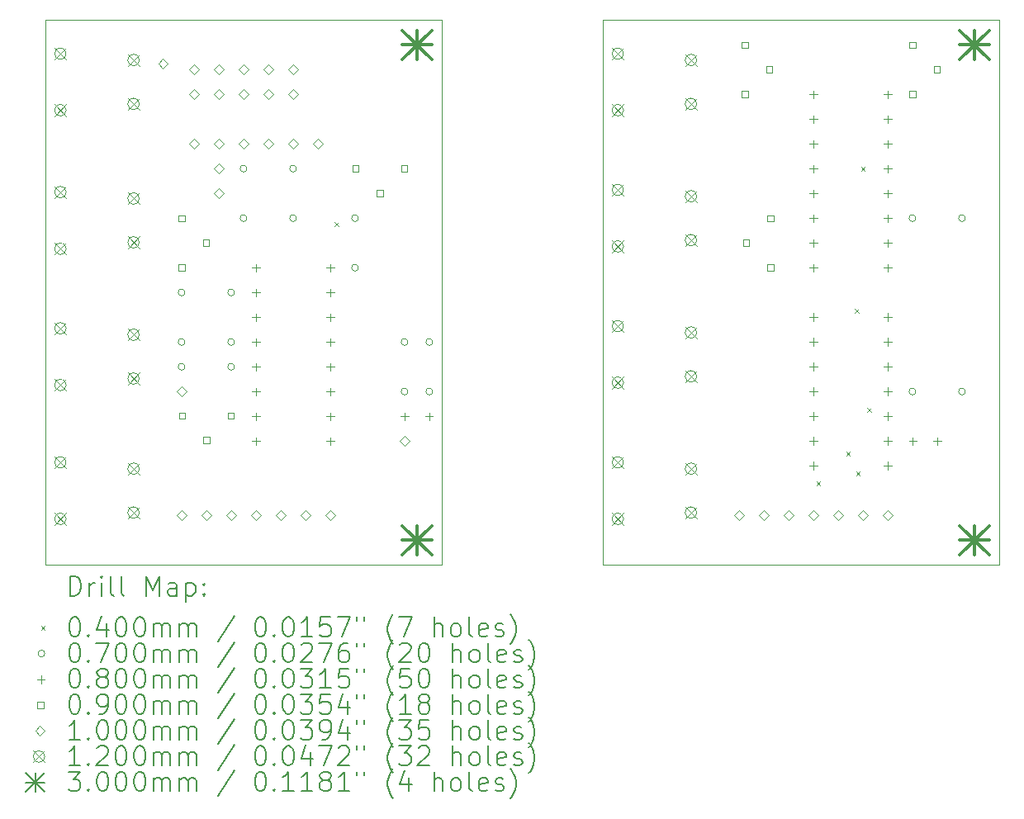
<source format=gbr>
%FSLAX45Y45*%
G04 Gerber Fmt 4.5, Leading zero omitted, Abs format (unit mm)*
G04 Created by KiCad (PCBNEW (6.0.5)) date 2023-05-16 23:55:52*
%MOMM*%
%LPD*%
G01*
G04 APERTURE LIST*
%TA.AperFunction,Profile*%
%ADD10C,0.100000*%
%TD*%
%ADD11C,0.200000*%
%ADD12C,0.040000*%
%ADD13C,0.070000*%
%ADD14C,0.080000*%
%ADD15C,0.090000*%
%ADD16C,0.100000*%
%ADD17C,0.120000*%
%ADD18C,0.300000*%
G04 APERTURE END LIST*
D10*
X3556000Y-10160000D02*
X7620000Y-10160000D01*
X7620000Y-10160000D02*
X7620000Y-15748000D01*
X7620000Y-15748000D02*
X3556000Y-15748000D01*
X3556000Y-15748000D02*
X3556000Y-10160000D01*
X9271000Y-10160000D02*
X13335000Y-10160000D01*
X13335000Y-10160000D02*
X13335000Y-15748000D01*
X13335000Y-15748000D02*
X9271000Y-15748000D01*
X9271000Y-15748000D02*
X9271000Y-10160000D01*
X3556000Y-10160000D02*
X7620000Y-10160000D01*
X7620000Y-10160000D02*
X7620000Y-15748000D01*
X7620000Y-15748000D02*
X3556000Y-15748000D01*
X3556000Y-15748000D02*
X3556000Y-10160000D01*
X9271000Y-10160000D02*
X13335000Y-10160000D01*
X13335000Y-10160000D02*
X13335000Y-15748000D01*
X13335000Y-15748000D02*
X9271000Y-15748000D01*
X9271000Y-15748000D02*
X9271000Y-10160000D01*
D11*
D12*
X6520500Y-12235500D02*
X6560500Y-12275500D01*
X6560500Y-12235500D02*
X6520500Y-12275500D01*
X11460800Y-14889800D02*
X11500800Y-14929800D01*
X11500800Y-14889800D02*
X11460800Y-14929800D01*
X11765600Y-14585000D02*
X11805600Y-14625000D01*
X11805600Y-14585000D02*
X11765600Y-14625000D01*
X11854500Y-13124500D02*
X11894500Y-13164500D01*
X11894500Y-13124500D02*
X11854500Y-13164500D01*
X11867200Y-14788200D02*
X11907200Y-14828200D01*
X11907200Y-14788200D02*
X11867200Y-14828200D01*
X11918000Y-11664000D02*
X11958000Y-11704000D01*
X11958000Y-11664000D02*
X11918000Y-11704000D01*
X11981500Y-14140500D02*
X12021500Y-14180500D01*
X12021500Y-14140500D02*
X11981500Y-14180500D01*
D13*
X4988000Y-12954000D02*
G75*
G03*
X4988000Y-12954000I-35000J0D01*
G01*
X4988000Y-13462000D02*
G75*
G03*
X4988000Y-13462000I-35000J0D01*
G01*
X4988000Y-13716000D02*
G75*
G03*
X4988000Y-13716000I-35000J0D01*
G01*
X5496000Y-12954000D02*
G75*
G03*
X5496000Y-12954000I-35000J0D01*
G01*
X5496000Y-13462000D02*
G75*
G03*
X5496000Y-13462000I-35000J0D01*
G01*
X5496000Y-13716000D02*
G75*
G03*
X5496000Y-13716000I-35000J0D01*
G01*
X5623000Y-11684000D02*
G75*
G03*
X5623000Y-11684000I-35000J0D01*
G01*
X5623000Y-12192000D02*
G75*
G03*
X5623000Y-12192000I-35000J0D01*
G01*
X6131000Y-11684000D02*
G75*
G03*
X6131000Y-11684000I-35000J0D01*
G01*
X6131000Y-12192000D02*
G75*
G03*
X6131000Y-12192000I-35000J0D01*
G01*
X6766000Y-12192000D02*
G75*
G03*
X6766000Y-12192000I-35000J0D01*
G01*
X6766000Y-12700000D02*
G75*
G03*
X6766000Y-12700000I-35000J0D01*
G01*
X7274000Y-13462000D02*
G75*
G03*
X7274000Y-13462000I-35000J0D01*
G01*
X7274000Y-13970000D02*
G75*
G03*
X7274000Y-13970000I-35000J0D01*
G01*
X7528000Y-13462000D02*
G75*
G03*
X7528000Y-13462000I-35000J0D01*
G01*
X7528000Y-13970000D02*
G75*
G03*
X7528000Y-13970000I-35000J0D01*
G01*
X12481000Y-12192000D02*
G75*
G03*
X12481000Y-12192000I-35000J0D01*
G01*
X12481000Y-13970000D02*
G75*
G03*
X12481000Y-13970000I-35000J0D01*
G01*
X12989000Y-12192000D02*
G75*
G03*
X12989000Y-12192000I-35000J0D01*
G01*
X12989000Y-13970000D02*
G75*
G03*
X12989000Y-13970000I-35000J0D01*
G01*
D14*
X5716000Y-12661500D02*
X5716000Y-12741500D01*
X5676000Y-12701500D02*
X5756000Y-12701500D01*
X5716000Y-12915500D02*
X5716000Y-12995500D01*
X5676000Y-12955500D02*
X5756000Y-12955500D01*
X5716000Y-13169500D02*
X5716000Y-13249500D01*
X5676000Y-13209500D02*
X5756000Y-13209500D01*
X5716000Y-13423500D02*
X5716000Y-13503500D01*
X5676000Y-13463500D02*
X5756000Y-13463500D01*
X5716000Y-13677500D02*
X5716000Y-13757500D01*
X5676000Y-13717500D02*
X5756000Y-13717500D01*
X5716000Y-13931500D02*
X5716000Y-14011500D01*
X5676000Y-13971500D02*
X5756000Y-13971500D01*
X5716000Y-14185500D02*
X5716000Y-14265500D01*
X5676000Y-14225500D02*
X5756000Y-14225500D01*
X5716000Y-14439500D02*
X5716000Y-14519500D01*
X5676000Y-14479500D02*
X5756000Y-14479500D01*
X6478000Y-12661500D02*
X6478000Y-12741500D01*
X6438000Y-12701500D02*
X6518000Y-12701500D01*
X6478000Y-12915500D02*
X6478000Y-12995500D01*
X6438000Y-12955500D02*
X6518000Y-12955500D01*
X6478000Y-13169500D02*
X6478000Y-13249500D01*
X6438000Y-13209500D02*
X6518000Y-13209500D01*
X6478000Y-13423500D02*
X6478000Y-13503500D01*
X6438000Y-13463500D02*
X6518000Y-13463500D01*
X6478000Y-13677500D02*
X6478000Y-13757500D01*
X6438000Y-13717500D02*
X6518000Y-13717500D01*
X6478000Y-13931500D02*
X6478000Y-14011500D01*
X6438000Y-13971500D02*
X6518000Y-13971500D01*
X6478000Y-14185500D02*
X6478000Y-14265500D01*
X6438000Y-14225500D02*
X6518000Y-14225500D01*
X6478000Y-14439500D02*
X6478000Y-14519500D01*
X6438000Y-14479500D02*
X6518000Y-14479500D01*
X7241000Y-14184000D02*
X7241000Y-14264000D01*
X7201000Y-14224000D02*
X7281000Y-14224000D01*
X7491000Y-14184000D02*
X7491000Y-14264000D01*
X7451000Y-14224000D02*
X7531000Y-14224000D01*
X11431000Y-10883500D02*
X11431000Y-10963500D01*
X11391000Y-10923500D02*
X11471000Y-10923500D01*
X11431000Y-11137500D02*
X11431000Y-11217500D01*
X11391000Y-11177500D02*
X11471000Y-11177500D01*
X11431000Y-11391500D02*
X11431000Y-11471500D01*
X11391000Y-11431500D02*
X11471000Y-11431500D01*
X11431000Y-11645500D02*
X11431000Y-11725500D01*
X11391000Y-11685500D02*
X11471000Y-11685500D01*
X11431000Y-11899500D02*
X11431000Y-11979500D01*
X11391000Y-11939500D02*
X11471000Y-11939500D01*
X11431000Y-12153500D02*
X11431000Y-12233500D01*
X11391000Y-12193500D02*
X11471000Y-12193500D01*
X11431000Y-12407500D02*
X11431000Y-12487500D01*
X11391000Y-12447500D02*
X11471000Y-12447500D01*
X11431000Y-12661500D02*
X11431000Y-12741500D01*
X11391000Y-12701500D02*
X11471000Y-12701500D01*
X11431000Y-13167500D02*
X11431000Y-13247500D01*
X11391000Y-13207500D02*
X11471000Y-13207500D01*
X11431000Y-13421500D02*
X11431000Y-13501500D01*
X11391000Y-13461500D02*
X11471000Y-13461500D01*
X11431000Y-13675500D02*
X11431000Y-13755500D01*
X11391000Y-13715500D02*
X11471000Y-13715500D01*
X11431000Y-13929500D02*
X11431000Y-14009500D01*
X11391000Y-13969500D02*
X11471000Y-13969500D01*
X11431000Y-14183500D02*
X11431000Y-14263500D01*
X11391000Y-14223500D02*
X11471000Y-14223500D01*
X11431000Y-14437500D02*
X11431000Y-14517500D01*
X11391000Y-14477500D02*
X11471000Y-14477500D01*
X11431000Y-14691500D02*
X11431000Y-14771500D01*
X11391000Y-14731500D02*
X11471000Y-14731500D01*
X12193000Y-10883500D02*
X12193000Y-10963500D01*
X12153000Y-10923500D02*
X12233000Y-10923500D01*
X12193000Y-11137500D02*
X12193000Y-11217500D01*
X12153000Y-11177500D02*
X12233000Y-11177500D01*
X12193000Y-11391500D02*
X12193000Y-11471500D01*
X12153000Y-11431500D02*
X12233000Y-11431500D01*
X12193000Y-11645500D02*
X12193000Y-11725500D01*
X12153000Y-11685500D02*
X12233000Y-11685500D01*
X12193000Y-11899500D02*
X12193000Y-11979500D01*
X12153000Y-11939500D02*
X12233000Y-11939500D01*
X12193000Y-12153500D02*
X12193000Y-12233500D01*
X12153000Y-12193500D02*
X12233000Y-12193500D01*
X12193000Y-12407500D02*
X12193000Y-12487500D01*
X12153000Y-12447500D02*
X12233000Y-12447500D01*
X12193000Y-12661500D02*
X12193000Y-12741500D01*
X12153000Y-12701500D02*
X12233000Y-12701500D01*
X12193000Y-13167500D02*
X12193000Y-13247500D01*
X12153000Y-13207500D02*
X12233000Y-13207500D01*
X12193000Y-13421500D02*
X12193000Y-13501500D01*
X12153000Y-13461500D02*
X12233000Y-13461500D01*
X12193000Y-13675500D02*
X12193000Y-13755500D01*
X12153000Y-13715500D02*
X12233000Y-13715500D01*
X12193000Y-13929500D02*
X12193000Y-14009500D01*
X12153000Y-13969500D02*
X12233000Y-13969500D01*
X12193000Y-14183500D02*
X12193000Y-14263500D01*
X12153000Y-14223500D02*
X12233000Y-14223500D01*
X12193000Y-14437500D02*
X12193000Y-14517500D01*
X12153000Y-14477500D02*
X12233000Y-14477500D01*
X12193000Y-14691500D02*
X12193000Y-14771500D01*
X12153000Y-14731500D02*
X12233000Y-14731500D01*
X12450000Y-14438000D02*
X12450000Y-14518000D01*
X12410000Y-14478000D02*
X12490000Y-14478000D01*
X12700000Y-14438000D02*
X12700000Y-14518000D01*
X12660000Y-14478000D02*
X12740000Y-14478000D01*
D15*
X4984820Y-12227820D02*
X4984820Y-12164180D01*
X4921180Y-12164180D01*
X4921180Y-12227820D01*
X4984820Y-12227820D01*
X4984820Y-12727820D02*
X4984820Y-12664180D01*
X4921180Y-12664180D01*
X4921180Y-12727820D01*
X4984820Y-12727820D01*
X4988820Y-14250320D02*
X4988820Y-14186680D01*
X4925180Y-14186680D01*
X4925180Y-14250320D01*
X4988820Y-14250320D01*
X5234820Y-12477820D02*
X5234820Y-12414180D01*
X5171180Y-12414180D01*
X5171180Y-12477820D01*
X5234820Y-12477820D01*
X5238820Y-14500320D02*
X5238820Y-14436680D01*
X5175180Y-14436680D01*
X5175180Y-14500320D01*
X5238820Y-14500320D01*
X5488820Y-14250320D02*
X5488820Y-14186680D01*
X5425180Y-14186680D01*
X5425180Y-14250320D01*
X5488820Y-14250320D01*
X6766820Y-11715820D02*
X6766820Y-11652180D01*
X6703180Y-11652180D01*
X6703180Y-11715820D01*
X6766820Y-11715820D01*
X7016820Y-11965820D02*
X7016820Y-11902180D01*
X6953180Y-11902180D01*
X6953180Y-11965820D01*
X7016820Y-11965820D01*
X7266820Y-11715820D02*
X7266820Y-11652180D01*
X7203180Y-11652180D01*
X7203180Y-11715820D01*
X7266820Y-11715820D01*
X10757820Y-10449820D02*
X10757820Y-10386180D01*
X10694180Y-10386180D01*
X10694180Y-10449820D01*
X10757820Y-10449820D01*
X10757820Y-10949820D02*
X10757820Y-10886180D01*
X10694180Y-10886180D01*
X10694180Y-10949820D01*
X10757820Y-10949820D01*
X10772820Y-12477820D02*
X10772820Y-12414180D01*
X10709180Y-12414180D01*
X10709180Y-12477820D01*
X10772820Y-12477820D01*
X11007820Y-10699820D02*
X11007820Y-10636180D01*
X10944180Y-10636180D01*
X10944180Y-10699820D01*
X11007820Y-10699820D01*
X11022820Y-12227820D02*
X11022820Y-12164180D01*
X10959180Y-12164180D01*
X10959180Y-12227820D01*
X11022820Y-12227820D01*
X11022820Y-12727820D02*
X11022820Y-12664180D01*
X10959180Y-12664180D01*
X10959180Y-12727820D01*
X11022820Y-12727820D01*
X12477820Y-10449820D02*
X12477820Y-10386180D01*
X12414180Y-10386180D01*
X12414180Y-10449820D01*
X12477820Y-10449820D01*
X12477820Y-10949820D02*
X12477820Y-10886180D01*
X12414180Y-10886180D01*
X12414180Y-10949820D01*
X12477820Y-10949820D01*
X12727820Y-10699820D02*
X12727820Y-10636180D01*
X12664180Y-10636180D01*
X12664180Y-10699820D01*
X12727820Y-10699820D01*
D16*
X4762500Y-10654500D02*
X4812500Y-10604500D01*
X4762500Y-10554500D01*
X4712500Y-10604500D01*
X4762500Y-10654500D01*
X4953000Y-14020000D02*
X5003000Y-13970000D01*
X4953000Y-13920000D01*
X4903000Y-13970000D01*
X4953000Y-14020000D01*
X4953000Y-15290000D02*
X5003000Y-15240000D01*
X4953000Y-15190000D01*
X4903000Y-15240000D01*
X4953000Y-15290000D01*
X5080000Y-10718000D02*
X5130000Y-10668000D01*
X5080000Y-10618000D01*
X5030000Y-10668000D01*
X5080000Y-10718000D01*
X5080000Y-10972000D02*
X5130000Y-10922000D01*
X5080000Y-10872000D01*
X5030000Y-10922000D01*
X5080000Y-10972000D01*
X5080000Y-11480000D02*
X5130000Y-11430000D01*
X5080000Y-11380000D01*
X5030000Y-11430000D01*
X5080000Y-11480000D01*
X5207000Y-15290000D02*
X5257000Y-15240000D01*
X5207000Y-15190000D01*
X5157000Y-15240000D01*
X5207000Y-15290000D01*
X5334000Y-10718000D02*
X5384000Y-10668000D01*
X5334000Y-10618000D01*
X5284000Y-10668000D01*
X5334000Y-10718000D01*
X5334000Y-10972000D02*
X5384000Y-10922000D01*
X5334000Y-10872000D01*
X5284000Y-10922000D01*
X5334000Y-10972000D01*
X5334000Y-11480000D02*
X5384000Y-11430000D01*
X5334000Y-11380000D01*
X5284000Y-11430000D01*
X5334000Y-11480000D01*
X5334000Y-11734000D02*
X5384000Y-11684000D01*
X5334000Y-11634000D01*
X5284000Y-11684000D01*
X5334000Y-11734000D01*
X5334000Y-11988000D02*
X5384000Y-11938000D01*
X5334000Y-11888000D01*
X5284000Y-11938000D01*
X5334000Y-11988000D01*
X5461000Y-15290000D02*
X5511000Y-15240000D01*
X5461000Y-15190000D01*
X5411000Y-15240000D01*
X5461000Y-15290000D01*
X5588000Y-10718000D02*
X5638000Y-10668000D01*
X5588000Y-10618000D01*
X5538000Y-10668000D01*
X5588000Y-10718000D01*
X5588000Y-10972000D02*
X5638000Y-10922000D01*
X5588000Y-10872000D01*
X5538000Y-10922000D01*
X5588000Y-10972000D01*
X5588000Y-11480000D02*
X5638000Y-11430000D01*
X5588000Y-11380000D01*
X5538000Y-11430000D01*
X5588000Y-11480000D01*
X5715000Y-15290000D02*
X5765000Y-15240000D01*
X5715000Y-15190000D01*
X5665000Y-15240000D01*
X5715000Y-15290000D01*
X5842000Y-10718000D02*
X5892000Y-10668000D01*
X5842000Y-10618000D01*
X5792000Y-10668000D01*
X5842000Y-10718000D01*
X5842000Y-10972000D02*
X5892000Y-10922000D01*
X5842000Y-10872000D01*
X5792000Y-10922000D01*
X5842000Y-10972000D01*
X5842000Y-11480000D02*
X5892000Y-11430000D01*
X5842000Y-11380000D01*
X5792000Y-11430000D01*
X5842000Y-11480000D01*
X5969000Y-15290000D02*
X6019000Y-15240000D01*
X5969000Y-15190000D01*
X5919000Y-15240000D01*
X5969000Y-15290000D01*
X6096000Y-10718000D02*
X6146000Y-10668000D01*
X6096000Y-10618000D01*
X6046000Y-10668000D01*
X6096000Y-10718000D01*
X6096000Y-10972000D02*
X6146000Y-10922000D01*
X6096000Y-10872000D01*
X6046000Y-10922000D01*
X6096000Y-10972000D01*
X6096000Y-11480000D02*
X6146000Y-11430000D01*
X6096000Y-11380000D01*
X6046000Y-11430000D01*
X6096000Y-11480000D01*
X6223000Y-15290000D02*
X6273000Y-15240000D01*
X6223000Y-15190000D01*
X6173000Y-15240000D01*
X6223000Y-15290000D01*
X6350000Y-11480000D02*
X6400000Y-11430000D01*
X6350000Y-11380000D01*
X6300000Y-11430000D01*
X6350000Y-11480000D01*
X6477000Y-15290000D02*
X6527000Y-15240000D01*
X6477000Y-15190000D01*
X6427000Y-15240000D01*
X6477000Y-15290000D01*
X7239000Y-14528000D02*
X7289000Y-14478000D01*
X7239000Y-14428000D01*
X7189000Y-14478000D01*
X7239000Y-14528000D01*
X10668000Y-15290000D02*
X10718000Y-15240000D01*
X10668000Y-15190000D01*
X10618000Y-15240000D01*
X10668000Y-15290000D01*
X10922000Y-15290000D02*
X10972000Y-15240000D01*
X10922000Y-15190000D01*
X10872000Y-15240000D01*
X10922000Y-15290000D01*
X11176000Y-15290000D02*
X11226000Y-15240000D01*
X11176000Y-15190000D01*
X11126000Y-15240000D01*
X11176000Y-15290000D01*
X11430000Y-15290000D02*
X11480000Y-15240000D01*
X11430000Y-15190000D01*
X11380000Y-15240000D01*
X11430000Y-15290000D01*
X11684000Y-15290000D02*
X11734000Y-15240000D01*
X11684000Y-15190000D01*
X11634000Y-15240000D01*
X11684000Y-15290000D01*
X11938000Y-15290000D02*
X11988000Y-15240000D01*
X11938000Y-15190000D01*
X11888000Y-15240000D01*
X11938000Y-15290000D01*
X12192000Y-15290000D02*
X12242000Y-15240000D01*
X12192000Y-15190000D01*
X12142000Y-15240000D01*
X12192000Y-15290000D01*
D17*
X3650000Y-10445000D02*
X3770000Y-10565000D01*
X3770000Y-10445000D02*
X3650000Y-10565000D01*
X3770000Y-10505000D02*
G75*
G03*
X3770000Y-10505000I-60000J0D01*
G01*
X3650000Y-11025000D02*
X3770000Y-11145000D01*
X3770000Y-11025000D02*
X3650000Y-11145000D01*
X3770000Y-11085000D02*
G75*
G03*
X3770000Y-11085000I-60000J0D01*
G01*
X3650000Y-11865048D02*
X3770000Y-11985048D01*
X3770000Y-11865048D02*
X3650000Y-11985048D01*
X3770000Y-11925048D02*
G75*
G03*
X3770000Y-11925048I-60000J0D01*
G01*
X3650000Y-12445048D02*
X3770000Y-12565048D01*
X3770000Y-12445048D02*
X3650000Y-12565048D01*
X3770000Y-12505048D02*
G75*
G03*
X3770000Y-12505048I-60000J0D01*
G01*
X3650000Y-13262048D02*
X3770000Y-13382048D01*
X3770000Y-13262048D02*
X3650000Y-13382048D01*
X3770000Y-13322048D02*
G75*
G03*
X3770000Y-13322048I-60000J0D01*
G01*
X3650000Y-13842048D02*
X3770000Y-13962048D01*
X3770000Y-13842048D02*
X3650000Y-13962048D01*
X3770000Y-13902048D02*
G75*
G03*
X3770000Y-13902048I-60000J0D01*
G01*
X3650000Y-14636000D02*
X3770000Y-14756000D01*
X3770000Y-14636000D02*
X3650000Y-14756000D01*
X3770000Y-14696000D02*
G75*
G03*
X3770000Y-14696000I-60000J0D01*
G01*
X3650000Y-15216000D02*
X3770000Y-15336000D01*
X3770000Y-15216000D02*
X3650000Y-15336000D01*
X3770000Y-15276000D02*
G75*
G03*
X3770000Y-15276000I-60000J0D01*
G01*
X4400000Y-10510000D02*
X4520000Y-10630000D01*
X4520000Y-10510000D02*
X4400000Y-10630000D01*
X4520000Y-10570000D02*
G75*
G03*
X4520000Y-10570000I-60000J0D01*
G01*
X4400000Y-10960000D02*
X4520000Y-11080000D01*
X4520000Y-10960000D02*
X4400000Y-11080000D01*
X4520000Y-11020000D02*
G75*
G03*
X4520000Y-11020000I-60000J0D01*
G01*
X4400000Y-11930048D02*
X4520000Y-12050048D01*
X4520000Y-11930048D02*
X4400000Y-12050048D01*
X4520000Y-11990048D02*
G75*
G03*
X4520000Y-11990048I-60000J0D01*
G01*
X4400000Y-12380048D02*
X4520000Y-12500048D01*
X4520000Y-12380048D02*
X4400000Y-12500048D01*
X4520000Y-12440048D02*
G75*
G03*
X4520000Y-12440048I-60000J0D01*
G01*
X4400000Y-13327048D02*
X4520000Y-13447048D01*
X4520000Y-13327048D02*
X4400000Y-13447048D01*
X4520000Y-13387048D02*
G75*
G03*
X4520000Y-13387048I-60000J0D01*
G01*
X4400000Y-13777048D02*
X4520000Y-13897048D01*
X4520000Y-13777048D02*
X4400000Y-13897048D01*
X4520000Y-13837048D02*
G75*
G03*
X4520000Y-13837048I-60000J0D01*
G01*
X4400000Y-14701000D02*
X4520000Y-14821000D01*
X4520000Y-14701000D02*
X4400000Y-14821000D01*
X4520000Y-14761000D02*
G75*
G03*
X4520000Y-14761000I-60000J0D01*
G01*
X4400000Y-15151000D02*
X4520000Y-15271000D01*
X4520000Y-15151000D02*
X4400000Y-15271000D01*
X4520000Y-15211000D02*
G75*
G03*
X4520000Y-15211000I-60000J0D01*
G01*
X9365000Y-10445000D02*
X9485000Y-10565000D01*
X9485000Y-10445000D02*
X9365000Y-10565000D01*
X9485000Y-10505000D02*
G75*
G03*
X9485000Y-10505000I-60000J0D01*
G01*
X9365000Y-11025000D02*
X9485000Y-11145000D01*
X9485000Y-11025000D02*
X9365000Y-11145000D01*
X9485000Y-11085000D02*
G75*
G03*
X9485000Y-11085000I-60000J0D01*
G01*
X9365000Y-11842000D02*
X9485000Y-11962000D01*
X9485000Y-11842000D02*
X9365000Y-11962000D01*
X9485000Y-11902000D02*
G75*
G03*
X9485000Y-11902000I-60000J0D01*
G01*
X9365000Y-12422000D02*
X9485000Y-12542000D01*
X9485000Y-12422000D02*
X9365000Y-12542000D01*
X9485000Y-12482000D02*
G75*
G03*
X9485000Y-12482000I-60000J0D01*
G01*
X9365000Y-13239000D02*
X9485000Y-13359000D01*
X9485000Y-13239000D02*
X9365000Y-13359000D01*
X9485000Y-13299000D02*
G75*
G03*
X9485000Y-13299000I-60000J0D01*
G01*
X9365000Y-13819000D02*
X9485000Y-13939000D01*
X9485000Y-13819000D02*
X9365000Y-13939000D01*
X9485000Y-13879000D02*
G75*
G03*
X9485000Y-13879000I-60000J0D01*
G01*
X9365000Y-14636000D02*
X9485000Y-14756000D01*
X9485000Y-14636000D02*
X9365000Y-14756000D01*
X9485000Y-14696000D02*
G75*
G03*
X9485000Y-14696000I-60000J0D01*
G01*
X9365000Y-15216000D02*
X9485000Y-15336000D01*
X9485000Y-15216000D02*
X9365000Y-15336000D01*
X9485000Y-15276000D02*
G75*
G03*
X9485000Y-15276000I-60000J0D01*
G01*
X10115000Y-10510000D02*
X10235000Y-10630000D01*
X10235000Y-10510000D02*
X10115000Y-10630000D01*
X10235000Y-10570000D02*
G75*
G03*
X10235000Y-10570000I-60000J0D01*
G01*
X10115000Y-10960000D02*
X10235000Y-11080000D01*
X10235000Y-10960000D02*
X10115000Y-11080000D01*
X10235000Y-11020000D02*
G75*
G03*
X10235000Y-11020000I-60000J0D01*
G01*
X10115000Y-11907000D02*
X10235000Y-12027000D01*
X10235000Y-11907000D02*
X10115000Y-12027000D01*
X10235000Y-11967000D02*
G75*
G03*
X10235000Y-11967000I-60000J0D01*
G01*
X10115000Y-12357000D02*
X10235000Y-12477000D01*
X10235000Y-12357000D02*
X10115000Y-12477000D01*
X10235000Y-12417000D02*
G75*
G03*
X10235000Y-12417000I-60000J0D01*
G01*
X10115000Y-13304000D02*
X10235000Y-13424000D01*
X10235000Y-13304000D02*
X10115000Y-13424000D01*
X10235000Y-13364000D02*
G75*
G03*
X10235000Y-13364000I-60000J0D01*
G01*
X10115000Y-13754000D02*
X10235000Y-13874000D01*
X10235000Y-13754000D02*
X10115000Y-13874000D01*
X10235000Y-13814000D02*
G75*
G03*
X10235000Y-13814000I-60000J0D01*
G01*
X10115000Y-14701000D02*
X10235000Y-14821000D01*
X10235000Y-14701000D02*
X10115000Y-14821000D01*
X10235000Y-14761000D02*
G75*
G03*
X10235000Y-14761000I-60000J0D01*
G01*
X10115000Y-15151000D02*
X10235000Y-15271000D01*
X10235000Y-15151000D02*
X10115000Y-15271000D01*
X10235000Y-15211000D02*
G75*
G03*
X10235000Y-15211000I-60000J0D01*
G01*
D18*
X7216000Y-10264000D02*
X7516000Y-10564000D01*
X7516000Y-10264000D02*
X7216000Y-10564000D01*
X7366000Y-10264000D02*
X7366000Y-10564000D01*
X7216000Y-10414000D02*
X7516000Y-10414000D01*
X7216000Y-15344000D02*
X7516000Y-15644000D01*
X7516000Y-15344000D02*
X7216000Y-15644000D01*
X7366000Y-15344000D02*
X7366000Y-15644000D01*
X7216000Y-15494000D02*
X7516000Y-15494000D01*
X12931000Y-10264000D02*
X13231000Y-10564000D01*
X13231000Y-10264000D02*
X12931000Y-10564000D01*
X13081000Y-10264000D02*
X13081000Y-10564000D01*
X12931000Y-10414000D02*
X13231000Y-10414000D01*
X12931000Y-15344000D02*
X13231000Y-15644000D01*
X13231000Y-15344000D02*
X12931000Y-15644000D01*
X13081000Y-15344000D02*
X13081000Y-15644000D01*
X12931000Y-15494000D02*
X13231000Y-15494000D01*
D11*
X3808619Y-16063476D02*
X3808619Y-15863476D01*
X3856238Y-15863476D01*
X3884809Y-15873000D01*
X3903857Y-15892048D01*
X3913381Y-15911095D01*
X3922905Y-15949190D01*
X3922905Y-15977762D01*
X3913381Y-16015857D01*
X3903857Y-16034905D01*
X3884809Y-16053952D01*
X3856238Y-16063476D01*
X3808619Y-16063476D01*
X4008619Y-16063476D02*
X4008619Y-15930143D01*
X4008619Y-15968238D02*
X4018143Y-15949190D01*
X4027667Y-15939667D01*
X4046714Y-15930143D01*
X4065762Y-15930143D01*
X4132428Y-16063476D02*
X4132428Y-15930143D01*
X4132428Y-15863476D02*
X4122905Y-15873000D01*
X4132428Y-15882524D01*
X4141952Y-15873000D01*
X4132428Y-15863476D01*
X4132428Y-15882524D01*
X4256238Y-16063476D02*
X4237190Y-16053952D01*
X4227667Y-16034905D01*
X4227667Y-15863476D01*
X4361000Y-16063476D02*
X4341952Y-16053952D01*
X4332429Y-16034905D01*
X4332429Y-15863476D01*
X4589571Y-16063476D02*
X4589571Y-15863476D01*
X4656238Y-16006333D01*
X4722905Y-15863476D01*
X4722905Y-16063476D01*
X4903857Y-16063476D02*
X4903857Y-15958714D01*
X4894333Y-15939667D01*
X4875286Y-15930143D01*
X4837190Y-15930143D01*
X4818143Y-15939667D01*
X4903857Y-16053952D02*
X4884810Y-16063476D01*
X4837190Y-16063476D01*
X4818143Y-16053952D01*
X4808619Y-16034905D01*
X4808619Y-16015857D01*
X4818143Y-15996809D01*
X4837190Y-15987286D01*
X4884810Y-15987286D01*
X4903857Y-15977762D01*
X4999095Y-15930143D02*
X4999095Y-16130143D01*
X4999095Y-15939667D02*
X5018143Y-15930143D01*
X5056238Y-15930143D01*
X5075286Y-15939667D01*
X5084810Y-15949190D01*
X5094333Y-15968238D01*
X5094333Y-16025381D01*
X5084810Y-16044428D01*
X5075286Y-16053952D01*
X5056238Y-16063476D01*
X5018143Y-16063476D01*
X4999095Y-16053952D01*
X5180048Y-16044428D02*
X5189571Y-16053952D01*
X5180048Y-16063476D01*
X5170524Y-16053952D01*
X5180048Y-16044428D01*
X5180048Y-16063476D01*
X5180048Y-15939667D02*
X5189571Y-15949190D01*
X5180048Y-15958714D01*
X5170524Y-15949190D01*
X5180048Y-15939667D01*
X5180048Y-15958714D01*
D12*
X3511000Y-16373000D02*
X3551000Y-16413000D01*
X3551000Y-16373000D02*
X3511000Y-16413000D01*
D11*
X3846714Y-16283476D02*
X3865762Y-16283476D01*
X3884809Y-16293000D01*
X3894333Y-16302524D01*
X3903857Y-16321571D01*
X3913381Y-16359667D01*
X3913381Y-16407286D01*
X3903857Y-16445381D01*
X3894333Y-16464428D01*
X3884809Y-16473952D01*
X3865762Y-16483476D01*
X3846714Y-16483476D01*
X3827667Y-16473952D01*
X3818143Y-16464428D01*
X3808619Y-16445381D01*
X3799095Y-16407286D01*
X3799095Y-16359667D01*
X3808619Y-16321571D01*
X3818143Y-16302524D01*
X3827667Y-16293000D01*
X3846714Y-16283476D01*
X3999095Y-16464428D02*
X4008619Y-16473952D01*
X3999095Y-16483476D01*
X3989571Y-16473952D01*
X3999095Y-16464428D01*
X3999095Y-16483476D01*
X4180048Y-16350143D02*
X4180048Y-16483476D01*
X4132428Y-16273952D02*
X4084809Y-16416809D01*
X4208619Y-16416809D01*
X4322905Y-16283476D02*
X4341952Y-16283476D01*
X4361000Y-16293000D01*
X4370524Y-16302524D01*
X4380048Y-16321571D01*
X4389571Y-16359667D01*
X4389571Y-16407286D01*
X4380048Y-16445381D01*
X4370524Y-16464428D01*
X4361000Y-16473952D01*
X4341952Y-16483476D01*
X4322905Y-16483476D01*
X4303857Y-16473952D01*
X4294333Y-16464428D01*
X4284810Y-16445381D01*
X4275286Y-16407286D01*
X4275286Y-16359667D01*
X4284810Y-16321571D01*
X4294333Y-16302524D01*
X4303857Y-16293000D01*
X4322905Y-16283476D01*
X4513381Y-16283476D02*
X4532429Y-16283476D01*
X4551476Y-16293000D01*
X4561000Y-16302524D01*
X4570524Y-16321571D01*
X4580048Y-16359667D01*
X4580048Y-16407286D01*
X4570524Y-16445381D01*
X4561000Y-16464428D01*
X4551476Y-16473952D01*
X4532429Y-16483476D01*
X4513381Y-16483476D01*
X4494333Y-16473952D01*
X4484810Y-16464428D01*
X4475286Y-16445381D01*
X4465762Y-16407286D01*
X4465762Y-16359667D01*
X4475286Y-16321571D01*
X4484810Y-16302524D01*
X4494333Y-16293000D01*
X4513381Y-16283476D01*
X4665762Y-16483476D02*
X4665762Y-16350143D01*
X4665762Y-16369190D02*
X4675286Y-16359667D01*
X4694333Y-16350143D01*
X4722905Y-16350143D01*
X4741952Y-16359667D01*
X4751476Y-16378714D01*
X4751476Y-16483476D01*
X4751476Y-16378714D02*
X4761000Y-16359667D01*
X4780048Y-16350143D01*
X4808619Y-16350143D01*
X4827667Y-16359667D01*
X4837190Y-16378714D01*
X4837190Y-16483476D01*
X4932429Y-16483476D02*
X4932429Y-16350143D01*
X4932429Y-16369190D02*
X4941952Y-16359667D01*
X4961000Y-16350143D01*
X4989571Y-16350143D01*
X5008619Y-16359667D01*
X5018143Y-16378714D01*
X5018143Y-16483476D01*
X5018143Y-16378714D02*
X5027667Y-16359667D01*
X5046714Y-16350143D01*
X5075286Y-16350143D01*
X5094333Y-16359667D01*
X5103857Y-16378714D01*
X5103857Y-16483476D01*
X5494333Y-16273952D02*
X5322905Y-16531095D01*
X5751476Y-16283476D02*
X5770524Y-16283476D01*
X5789571Y-16293000D01*
X5799095Y-16302524D01*
X5808619Y-16321571D01*
X5818143Y-16359667D01*
X5818143Y-16407286D01*
X5808619Y-16445381D01*
X5799095Y-16464428D01*
X5789571Y-16473952D01*
X5770524Y-16483476D01*
X5751476Y-16483476D01*
X5732428Y-16473952D01*
X5722905Y-16464428D01*
X5713381Y-16445381D01*
X5703857Y-16407286D01*
X5703857Y-16359667D01*
X5713381Y-16321571D01*
X5722905Y-16302524D01*
X5732428Y-16293000D01*
X5751476Y-16283476D01*
X5903857Y-16464428D02*
X5913381Y-16473952D01*
X5903857Y-16483476D01*
X5894333Y-16473952D01*
X5903857Y-16464428D01*
X5903857Y-16483476D01*
X6037190Y-16283476D02*
X6056238Y-16283476D01*
X6075286Y-16293000D01*
X6084809Y-16302524D01*
X6094333Y-16321571D01*
X6103857Y-16359667D01*
X6103857Y-16407286D01*
X6094333Y-16445381D01*
X6084809Y-16464428D01*
X6075286Y-16473952D01*
X6056238Y-16483476D01*
X6037190Y-16483476D01*
X6018143Y-16473952D01*
X6008619Y-16464428D01*
X5999095Y-16445381D01*
X5989571Y-16407286D01*
X5989571Y-16359667D01*
X5999095Y-16321571D01*
X6008619Y-16302524D01*
X6018143Y-16293000D01*
X6037190Y-16283476D01*
X6294333Y-16483476D02*
X6180048Y-16483476D01*
X6237190Y-16483476D02*
X6237190Y-16283476D01*
X6218143Y-16312048D01*
X6199095Y-16331095D01*
X6180048Y-16340619D01*
X6475286Y-16283476D02*
X6380048Y-16283476D01*
X6370524Y-16378714D01*
X6380048Y-16369190D01*
X6399095Y-16359667D01*
X6446714Y-16359667D01*
X6465762Y-16369190D01*
X6475286Y-16378714D01*
X6484809Y-16397762D01*
X6484809Y-16445381D01*
X6475286Y-16464428D01*
X6465762Y-16473952D01*
X6446714Y-16483476D01*
X6399095Y-16483476D01*
X6380048Y-16473952D01*
X6370524Y-16464428D01*
X6551476Y-16283476D02*
X6684809Y-16283476D01*
X6599095Y-16483476D01*
X6751476Y-16283476D02*
X6751476Y-16321571D01*
X6827667Y-16283476D02*
X6827667Y-16321571D01*
X7122905Y-16559667D02*
X7113381Y-16550143D01*
X7094333Y-16521571D01*
X7084809Y-16502524D01*
X7075286Y-16473952D01*
X7065762Y-16426333D01*
X7065762Y-16388238D01*
X7075286Y-16340619D01*
X7084809Y-16312048D01*
X7094333Y-16293000D01*
X7113381Y-16264428D01*
X7122905Y-16254905D01*
X7180048Y-16283476D02*
X7313381Y-16283476D01*
X7227667Y-16483476D01*
X7541952Y-16483476D02*
X7541952Y-16283476D01*
X7627667Y-16483476D02*
X7627667Y-16378714D01*
X7618143Y-16359667D01*
X7599095Y-16350143D01*
X7570524Y-16350143D01*
X7551476Y-16359667D01*
X7541952Y-16369190D01*
X7751476Y-16483476D02*
X7732428Y-16473952D01*
X7722905Y-16464428D01*
X7713381Y-16445381D01*
X7713381Y-16388238D01*
X7722905Y-16369190D01*
X7732428Y-16359667D01*
X7751476Y-16350143D01*
X7780048Y-16350143D01*
X7799095Y-16359667D01*
X7808619Y-16369190D01*
X7818143Y-16388238D01*
X7818143Y-16445381D01*
X7808619Y-16464428D01*
X7799095Y-16473952D01*
X7780048Y-16483476D01*
X7751476Y-16483476D01*
X7932428Y-16483476D02*
X7913381Y-16473952D01*
X7903857Y-16454905D01*
X7903857Y-16283476D01*
X8084809Y-16473952D02*
X8065762Y-16483476D01*
X8027667Y-16483476D01*
X8008619Y-16473952D01*
X7999095Y-16454905D01*
X7999095Y-16378714D01*
X8008619Y-16359667D01*
X8027667Y-16350143D01*
X8065762Y-16350143D01*
X8084809Y-16359667D01*
X8094333Y-16378714D01*
X8094333Y-16397762D01*
X7999095Y-16416809D01*
X8170524Y-16473952D02*
X8189571Y-16483476D01*
X8227667Y-16483476D01*
X8246714Y-16473952D01*
X8256238Y-16454905D01*
X8256238Y-16445381D01*
X8246714Y-16426333D01*
X8227667Y-16416809D01*
X8199095Y-16416809D01*
X8180048Y-16407286D01*
X8170524Y-16388238D01*
X8170524Y-16378714D01*
X8180048Y-16359667D01*
X8199095Y-16350143D01*
X8227667Y-16350143D01*
X8246714Y-16359667D01*
X8322905Y-16559667D02*
X8332428Y-16550143D01*
X8351476Y-16521571D01*
X8361000Y-16502524D01*
X8370524Y-16473952D01*
X8380048Y-16426333D01*
X8380048Y-16388238D01*
X8370524Y-16340619D01*
X8361000Y-16312048D01*
X8351476Y-16293000D01*
X8332428Y-16264428D01*
X8322905Y-16254905D01*
D13*
X3551000Y-16657000D02*
G75*
G03*
X3551000Y-16657000I-35000J0D01*
G01*
D11*
X3846714Y-16547476D02*
X3865762Y-16547476D01*
X3884809Y-16557000D01*
X3894333Y-16566524D01*
X3903857Y-16585571D01*
X3913381Y-16623667D01*
X3913381Y-16671286D01*
X3903857Y-16709381D01*
X3894333Y-16728428D01*
X3884809Y-16737952D01*
X3865762Y-16747476D01*
X3846714Y-16747476D01*
X3827667Y-16737952D01*
X3818143Y-16728428D01*
X3808619Y-16709381D01*
X3799095Y-16671286D01*
X3799095Y-16623667D01*
X3808619Y-16585571D01*
X3818143Y-16566524D01*
X3827667Y-16557000D01*
X3846714Y-16547476D01*
X3999095Y-16728428D02*
X4008619Y-16737952D01*
X3999095Y-16747476D01*
X3989571Y-16737952D01*
X3999095Y-16728428D01*
X3999095Y-16747476D01*
X4075286Y-16547476D02*
X4208619Y-16547476D01*
X4122905Y-16747476D01*
X4322905Y-16547476D02*
X4341952Y-16547476D01*
X4361000Y-16557000D01*
X4370524Y-16566524D01*
X4380048Y-16585571D01*
X4389571Y-16623667D01*
X4389571Y-16671286D01*
X4380048Y-16709381D01*
X4370524Y-16728428D01*
X4361000Y-16737952D01*
X4341952Y-16747476D01*
X4322905Y-16747476D01*
X4303857Y-16737952D01*
X4294333Y-16728428D01*
X4284810Y-16709381D01*
X4275286Y-16671286D01*
X4275286Y-16623667D01*
X4284810Y-16585571D01*
X4294333Y-16566524D01*
X4303857Y-16557000D01*
X4322905Y-16547476D01*
X4513381Y-16547476D02*
X4532429Y-16547476D01*
X4551476Y-16557000D01*
X4561000Y-16566524D01*
X4570524Y-16585571D01*
X4580048Y-16623667D01*
X4580048Y-16671286D01*
X4570524Y-16709381D01*
X4561000Y-16728428D01*
X4551476Y-16737952D01*
X4532429Y-16747476D01*
X4513381Y-16747476D01*
X4494333Y-16737952D01*
X4484810Y-16728428D01*
X4475286Y-16709381D01*
X4465762Y-16671286D01*
X4465762Y-16623667D01*
X4475286Y-16585571D01*
X4484810Y-16566524D01*
X4494333Y-16557000D01*
X4513381Y-16547476D01*
X4665762Y-16747476D02*
X4665762Y-16614143D01*
X4665762Y-16633190D02*
X4675286Y-16623667D01*
X4694333Y-16614143D01*
X4722905Y-16614143D01*
X4741952Y-16623667D01*
X4751476Y-16642714D01*
X4751476Y-16747476D01*
X4751476Y-16642714D02*
X4761000Y-16623667D01*
X4780048Y-16614143D01*
X4808619Y-16614143D01*
X4827667Y-16623667D01*
X4837190Y-16642714D01*
X4837190Y-16747476D01*
X4932429Y-16747476D02*
X4932429Y-16614143D01*
X4932429Y-16633190D02*
X4941952Y-16623667D01*
X4961000Y-16614143D01*
X4989571Y-16614143D01*
X5008619Y-16623667D01*
X5018143Y-16642714D01*
X5018143Y-16747476D01*
X5018143Y-16642714D02*
X5027667Y-16623667D01*
X5046714Y-16614143D01*
X5075286Y-16614143D01*
X5094333Y-16623667D01*
X5103857Y-16642714D01*
X5103857Y-16747476D01*
X5494333Y-16537952D02*
X5322905Y-16795095D01*
X5751476Y-16547476D02*
X5770524Y-16547476D01*
X5789571Y-16557000D01*
X5799095Y-16566524D01*
X5808619Y-16585571D01*
X5818143Y-16623667D01*
X5818143Y-16671286D01*
X5808619Y-16709381D01*
X5799095Y-16728428D01*
X5789571Y-16737952D01*
X5770524Y-16747476D01*
X5751476Y-16747476D01*
X5732428Y-16737952D01*
X5722905Y-16728428D01*
X5713381Y-16709381D01*
X5703857Y-16671286D01*
X5703857Y-16623667D01*
X5713381Y-16585571D01*
X5722905Y-16566524D01*
X5732428Y-16557000D01*
X5751476Y-16547476D01*
X5903857Y-16728428D02*
X5913381Y-16737952D01*
X5903857Y-16747476D01*
X5894333Y-16737952D01*
X5903857Y-16728428D01*
X5903857Y-16747476D01*
X6037190Y-16547476D02*
X6056238Y-16547476D01*
X6075286Y-16557000D01*
X6084809Y-16566524D01*
X6094333Y-16585571D01*
X6103857Y-16623667D01*
X6103857Y-16671286D01*
X6094333Y-16709381D01*
X6084809Y-16728428D01*
X6075286Y-16737952D01*
X6056238Y-16747476D01*
X6037190Y-16747476D01*
X6018143Y-16737952D01*
X6008619Y-16728428D01*
X5999095Y-16709381D01*
X5989571Y-16671286D01*
X5989571Y-16623667D01*
X5999095Y-16585571D01*
X6008619Y-16566524D01*
X6018143Y-16557000D01*
X6037190Y-16547476D01*
X6180048Y-16566524D02*
X6189571Y-16557000D01*
X6208619Y-16547476D01*
X6256238Y-16547476D01*
X6275286Y-16557000D01*
X6284809Y-16566524D01*
X6294333Y-16585571D01*
X6294333Y-16604619D01*
X6284809Y-16633190D01*
X6170524Y-16747476D01*
X6294333Y-16747476D01*
X6361000Y-16547476D02*
X6494333Y-16547476D01*
X6408619Y-16747476D01*
X6656238Y-16547476D02*
X6618143Y-16547476D01*
X6599095Y-16557000D01*
X6589571Y-16566524D01*
X6570524Y-16595095D01*
X6561000Y-16633190D01*
X6561000Y-16709381D01*
X6570524Y-16728428D01*
X6580048Y-16737952D01*
X6599095Y-16747476D01*
X6637190Y-16747476D01*
X6656238Y-16737952D01*
X6665762Y-16728428D01*
X6675286Y-16709381D01*
X6675286Y-16661762D01*
X6665762Y-16642714D01*
X6656238Y-16633190D01*
X6637190Y-16623667D01*
X6599095Y-16623667D01*
X6580048Y-16633190D01*
X6570524Y-16642714D01*
X6561000Y-16661762D01*
X6751476Y-16547476D02*
X6751476Y-16585571D01*
X6827667Y-16547476D02*
X6827667Y-16585571D01*
X7122905Y-16823667D02*
X7113381Y-16814143D01*
X7094333Y-16785571D01*
X7084809Y-16766524D01*
X7075286Y-16737952D01*
X7065762Y-16690333D01*
X7065762Y-16652238D01*
X7075286Y-16604619D01*
X7084809Y-16576048D01*
X7094333Y-16557000D01*
X7113381Y-16528428D01*
X7122905Y-16518905D01*
X7189571Y-16566524D02*
X7199095Y-16557000D01*
X7218143Y-16547476D01*
X7265762Y-16547476D01*
X7284809Y-16557000D01*
X7294333Y-16566524D01*
X7303857Y-16585571D01*
X7303857Y-16604619D01*
X7294333Y-16633190D01*
X7180048Y-16747476D01*
X7303857Y-16747476D01*
X7427667Y-16547476D02*
X7446714Y-16547476D01*
X7465762Y-16557000D01*
X7475286Y-16566524D01*
X7484809Y-16585571D01*
X7494333Y-16623667D01*
X7494333Y-16671286D01*
X7484809Y-16709381D01*
X7475286Y-16728428D01*
X7465762Y-16737952D01*
X7446714Y-16747476D01*
X7427667Y-16747476D01*
X7408619Y-16737952D01*
X7399095Y-16728428D01*
X7389571Y-16709381D01*
X7380048Y-16671286D01*
X7380048Y-16623667D01*
X7389571Y-16585571D01*
X7399095Y-16566524D01*
X7408619Y-16557000D01*
X7427667Y-16547476D01*
X7732428Y-16747476D02*
X7732428Y-16547476D01*
X7818143Y-16747476D02*
X7818143Y-16642714D01*
X7808619Y-16623667D01*
X7789571Y-16614143D01*
X7761000Y-16614143D01*
X7741952Y-16623667D01*
X7732428Y-16633190D01*
X7941952Y-16747476D02*
X7922905Y-16737952D01*
X7913381Y-16728428D01*
X7903857Y-16709381D01*
X7903857Y-16652238D01*
X7913381Y-16633190D01*
X7922905Y-16623667D01*
X7941952Y-16614143D01*
X7970524Y-16614143D01*
X7989571Y-16623667D01*
X7999095Y-16633190D01*
X8008619Y-16652238D01*
X8008619Y-16709381D01*
X7999095Y-16728428D01*
X7989571Y-16737952D01*
X7970524Y-16747476D01*
X7941952Y-16747476D01*
X8122905Y-16747476D02*
X8103857Y-16737952D01*
X8094333Y-16718905D01*
X8094333Y-16547476D01*
X8275286Y-16737952D02*
X8256238Y-16747476D01*
X8218143Y-16747476D01*
X8199095Y-16737952D01*
X8189571Y-16718905D01*
X8189571Y-16642714D01*
X8199095Y-16623667D01*
X8218143Y-16614143D01*
X8256238Y-16614143D01*
X8275286Y-16623667D01*
X8284809Y-16642714D01*
X8284809Y-16661762D01*
X8189571Y-16680809D01*
X8361000Y-16737952D02*
X8380048Y-16747476D01*
X8418143Y-16747476D01*
X8437190Y-16737952D01*
X8446714Y-16718905D01*
X8446714Y-16709381D01*
X8437190Y-16690333D01*
X8418143Y-16680809D01*
X8389571Y-16680809D01*
X8370524Y-16671286D01*
X8361000Y-16652238D01*
X8361000Y-16642714D01*
X8370524Y-16623667D01*
X8389571Y-16614143D01*
X8418143Y-16614143D01*
X8437190Y-16623667D01*
X8513381Y-16823667D02*
X8522905Y-16814143D01*
X8541952Y-16785571D01*
X8551476Y-16766524D01*
X8561000Y-16737952D01*
X8570524Y-16690333D01*
X8570524Y-16652238D01*
X8561000Y-16604619D01*
X8551476Y-16576048D01*
X8541952Y-16557000D01*
X8522905Y-16528428D01*
X8513381Y-16518905D01*
D14*
X3511000Y-16881000D02*
X3511000Y-16961000D01*
X3471000Y-16921000D02*
X3551000Y-16921000D01*
D11*
X3846714Y-16811476D02*
X3865762Y-16811476D01*
X3884809Y-16821000D01*
X3894333Y-16830524D01*
X3903857Y-16849571D01*
X3913381Y-16887667D01*
X3913381Y-16935286D01*
X3903857Y-16973381D01*
X3894333Y-16992429D01*
X3884809Y-17001952D01*
X3865762Y-17011476D01*
X3846714Y-17011476D01*
X3827667Y-17001952D01*
X3818143Y-16992429D01*
X3808619Y-16973381D01*
X3799095Y-16935286D01*
X3799095Y-16887667D01*
X3808619Y-16849571D01*
X3818143Y-16830524D01*
X3827667Y-16821000D01*
X3846714Y-16811476D01*
X3999095Y-16992429D02*
X4008619Y-17001952D01*
X3999095Y-17011476D01*
X3989571Y-17001952D01*
X3999095Y-16992429D01*
X3999095Y-17011476D01*
X4122905Y-16897190D02*
X4103857Y-16887667D01*
X4094333Y-16878143D01*
X4084809Y-16859095D01*
X4084809Y-16849571D01*
X4094333Y-16830524D01*
X4103857Y-16821000D01*
X4122905Y-16811476D01*
X4161000Y-16811476D01*
X4180048Y-16821000D01*
X4189571Y-16830524D01*
X4199095Y-16849571D01*
X4199095Y-16859095D01*
X4189571Y-16878143D01*
X4180048Y-16887667D01*
X4161000Y-16897190D01*
X4122905Y-16897190D01*
X4103857Y-16906714D01*
X4094333Y-16916238D01*
X4084809Y-16935286D01*
X4084809Y-16973381D01*
X4094333Y-16992429D01*
X4103857Y-17001952D01*
X4122905Y-17011476D01*
X4161000Y-17011476D01*
X4180048Y-17001952D01*
X4189571Y-16992429D01*
X4199095Y-16973381D01*
X4199095Y-16935286D01*
X4189571Y-16916238D01*
X4180048Y-16906714D01*
X4161000Y-16897190D01*
X4322905Y-16811476D02*
X4341952Y-16811476D01*
X4361000Y-16821000D01*
X4370524Y-16830524D01*
X4380048Y-16849571D01*
X4389571Y-16887667D01*
X4389571Y-16935286D01*
X4380048Y-16973381D01*
X4370524Y-16992429D01*
X4361000Y-17001952D01*
X4341952Y-17011476D01*
X4322905Y-17011476D01*
X4303857Y-17001952D01*
X4294333Y-16992429D01*
X4284810Y-16973381D01*
X4275286Y-16935286D01*
X4275286Y-16887667D01*
X4284810Y-16849571D01*
X4294333Y-16830524D01*
X4303857Y-16821000D01*
X4322905Y-16811476D01*
X4513381Y-16811476D02*
X4532429Y-16811476D01*
X4551476Y-16821000D01*
X4561000Y-16830524D01*
X4570524Y-16849571D01*
X4580048Y-16887667D01*
X4580048Y-16935286D01*
X4570524Y-16973381D01*
X4561000Y-16992429D01*
X4551476Y-17001952D01*
X4532429Y-17011476D01*
X4513381Y-17011476D01*
X4494333Y-17001952D01*
X4484810Y-16992429D01*
X4475286Y-16973381D01*
X4465762Y-16935286D01*
X4465762Y-16887667D01*
X4475286Y-16849571D01*
X4484810Y-16830524D01*
X4494333Y-16821000D01*
X4513381Y-16811476D01*
X4665762Y-17011476D02*
X4665762Y-16878143D01*
X4665762Y-16897190D02*
X4675286Y-16887667D01*
X4694333Y-16878143D01*
X4722905Y-16878143D01*
X4741952Y-16887667D01*
X4751476Y-16906714D01*
X4751476Y-17011476D01*
X4751476Y-16906714D02*
X4761000Y-16887667D01*
X4780048Y-16878143D01*
X4808619Y-16878143D01*
X4827667Y-16887667D01*
X4837190Y-16906714D01*
X4837190Y-17011476D01*
X4932429Y-17011476D02*
X4932429Y-16878143D01*
X4932429Y-16897190D02*
X4941952Y-16887667D01*
X4961000Y-16878143D01*
X4989571Y-16878143D01*
X5008619Y-16887667D01*
X5018143Y-16906714D01*
X5018143Y-17011476D01*
X5018143Y-16906714D02*
X5027667Y-16887667D01*
X5046714Y-16878143D01*
X5075286Y-16878143D01*
X5094333Y-16887667D01*
X5103857Y-16906714D01*
X5103857Y-17011476D01*
X5494333Y-16801952D02*
X5322905Y-17059095D01*
X5751476Y-16811476D02*
X5770524Y-16811476D01*
X5789571Y-16821000D01*
X5799095Y-16830524D01*
X5808619Y-16849571D01*
X5818143Y-16887667D01*
X5818143Y-16935286D01*
X5808619Y-16973381D01*
X5799095Y-16992429D01*
X5789571Y-17001952D01*
X5770524Y-17011476D01*
X5751476Y-17011476D01*
X5732428Y-17001952D01*
X5722905Y-16992429D01*
X5713381Y-16973381D01*
X5703857Y-16935286D01*
X5703857Y-16887667D01*
X5713381Y-16849571D01*
X5722905Y-16830524D01*
X5732428Y-16821000D01*
X5751476Y-16811476D01*
X5903857Y-16992429D02*
X5913381Y-17001952D01*
X5903857Y-17011476D01*
X5894333Y-17001952D01*
X5903857Y-16992429D01*
X5903857Y-17011476D01*
X6037190Y-16811476D02*
X6056238Y-16811476D01*
X6075286Y-16821000D01*
X6084809Y-16830524D01*
X6094333Y-16849571D01*
X6103857Y-16887667D01*
X6103857Y-16935286D01*
X6094333Y-16973381D01*
X6084809Y-16992429D01*
X6075286Y-17001952D01*
X6056238Y-17011476D01*
X6037190Y-17011476D01*
X6018143Y-17001952D01*
X6008619Y-16992429D01*
X5999095Y-16973381D01*
X5989571Y-16935286D01*
X5989571Y-16887667D01*
X5999095Y-16849571D01*
X6008619Y-16830524D01*
X6018143Y-16821000D01*
X6037190Y-16811476D01*
X6170524Y-16811476D02*
X6294333Y-16811476D01*
X6227667Y-16887667D01*
X6256238Y-16887667D01*
X6275286Y-16897190D01*
X6284809Y-16906714D01*
X6294333Y-16925762D01*
X6294333Y-16973381D01*
X6284809Y-16992429D01*
X6275286Y-17001952D01*
X6256238Y-17011476D01*
X6199095Y-17011476D01*
X6180048Y-17001952D01*
X6170524Y-16992429D01*
X6484809Y-17011476D02*
X6370524Y-17011476D01*
X6427667Y-17011476D02*
X6427667Y-16811476D01*
X6408619Y-16840048D01*
X6389571Y-16859095D01*
X6370524Y-16868619D01*
X6665762Y-16811476D02*
X6570524Y-16811476D01*
X6561000Y-16906714D01*
X6570524Y-16897190D01*
X6589571Y-16887667D01*
X6637190Y-16887667D01*
X6656238Y-16897190D01*
X6665762Y-16906714D01*
X6675286Y-16925762D01*
X6675286Y-16973381D01*
X6665762Y-16992429D01*
X6656238Y-17001952D01*
X6637190Y-17011476D01*
X6589571Y-17011476D01*
X6570524Y-17001952D01*
X6561000Y-16992429D01*
X6751476Y-16811476D02*
X6751476Y-16849571D01*
X6827667Y-16811476D02*
X6827667Y-16849571D01*
X7122905Y-17087667D02*
X7113381Y-17078143D01*
X7094333Y-17049571D01*
X7084809Y-17030524D01*
X7075286Y-17001952D01*
X7065762Y-16954333D01*
X7065762Y-16916238D01*
X7075286Y-16868619D01*
X7084809Y-16840048D01*
X7094333Y-16821000D01*
X7113381Y-16792429D01*
X7122905Y-16782905D01*
X7294333Y-16811476D02*
X7199095Y-16811476D01*
X7189571Y-16906714D01*
X7199095Y-16897190D01*
X7218143Y-16887667D01*
X7265762Y-16887667D01*
X7284809Y-16897190D01*
X7294333Y-16906714D01*
X7303857Y-16925762D01*
X7303857Y-16973381D01*
X7294333Y-16992429D01*
X7284809Y-17001952D01*
X7265762Y-17011476D01*
X7218143Y-17011476D01*
X7199095Y-17001952D01*
X7189571Y-16992429D01*
X7427667Y-16811476D02*
X7446714Y-16811476D01*
X7465762Y-16821000D01*
X7475286Y-16830524D01*
X7484809Y-16849571D01*
X7494333Y-16887667D01*
X7494333Y-16935286D01*
X7484809Y-16973381D01*
X7475286Y-16992429D01*
X7465762Y-17001952D01*
X7446714Y-17011476D01*
X7427667Y-17011476D01*
X7408619Y-17001952D01*
X7399095Y-16992429D01*
X7389571Y-16973381D01*
X7380048Y-16935286D01*
X7380048Y-16887667D01*
X7389571Y-16849571D01*
X7399095Y-16830524D01*
X7408619Y-16821000D01*
X7427667Y-16811476D01*
X7732428Y-17011476D02*
X7732428Y-16811476D01*
X7818143Y-17011476D02*
X7818143Y-16906714D01*
X7808619Y-16887667D01*
X7789571Y-16878143D01*
X7761000Y-16878143D01*
X7741952Y-16887667D01*
X7732428Y-16897190D01*
X7941952Y-17011476D02*
X7922905Y-17001952D01*
X7913381Y-16992429D01*
X7903857Y-16973381D01*
X7903857Y-16916238D01*
X7913381Y-16897190D01*
X7922905Y-16887667D01*
X7941952Y-16878143D01*
X7970524Y-16878143D01*
X7989571Y-16887667D01*
X7999095Y-16897190D01*
X8008619Y-16916238D01*
X8008619Y-16973381D01*
X7999095Y-16992429D01*
X7989571Y-17001952D01*
X7970524Y-17011476D01*
X7941952Y-17011476D01*
X8122905Y-17011476D02*
X8103857Y-17001952D01*
X8094333Y-16982905D01*
X8094333Y-16811476D01*
X8275286Y-17001952D02*
X8256238Y-17011476D01*
X8218143Y-17011476D01*
X8199095Y-17001952D01*
X8189571Y-16982905D01*
X8189571Y-16906714D01*
X8199095Y-16887667D01*
X8218143Y-16878143D01*
X8256238Y-16878143D01*
X8275286Y-16887667D01*
X8284809Y-16906714D01*
X8284809Y-16925762D01*
X8189571Y-16944810D01*
X8361000Y-17001952D02*
X8380048Y-17011476D01*
X8418143Y-17011476D01*
X8437190Y-17001952D01*
X8446714Y-16982905D01*
X8446714Y-16973381D01*
X8437190Y-16954333D01*
X8418143Y-16944810D01*
X8389571Y-16944810D01*
X8370524Y-16935286D01*
X8361000Y-16916238D01*
X8361000Y-16906714D01*
X8370524Y-16887667D01*
X8389571Y-16878143D01*
X8418143Y-16878143D01*
X8437190Y-16887667D01*
X8513381Y-17087667D02*
X8522905Y-17078143D01*
X8541952Y-17049571D01*
X8551476Y-17030524D01*
X8561000Y-17001952D01*
X8570524Y-16954333D01*
X8570524Y-16916238D01*
X8561000Y-16868619D01*
X8551476Y-16840048D01*
X8541952Y-16821000D01*
X8522905Y-16792429D01*
X8513381Y-16782905D01*
D15*
X3537820Y-17216820D02*
X3537820Y-17153180D01*
X3474180Y-17153180D01*
X3474180Y-17216820D01*
X3537820Y-17216820D01*
D11*
X3846714Y-17075476D02*
X3865762Y-17075476D01*
X3884809Y-17085000D01*
X3894333Y-17094524D01*
X3903857Y-17113571D01*
X3913381Y-17151667D01*
X3913381Y-17199286D01*
X3903857Y-17237381D01*
X3894333Y-17256429D01*
X3884809Y-17265952D01*
X3865762Y-17275476D01*
X3846714Y-17275476D01*
X3827667Y-17265952D01*
X3818143Y-17256429D01*
X3808619Y-17237381D01*
X3799095Y-17199286D01*
X3799095Y-17151667D01*
X3808619Y-17113571D01*
X3818143Y-17094524D01*
X3827667Y-17085000D01*
X3846714Y-17075476D01*
X3999095Y-17256429D02*
X4008619Y-17265952D01*
X3999095Y-17275476D01*
X3989571Y-17265952D01*
X3999095Y-17256429D01*
X3999095Y-17275476D01*
X4103857Y-17275476D02*
X4141952Y-17275476D01*
X4161000Y-17265952D01*
X4170524Y-17256429D01*
X4189571Y-17227857D01*
X4199095Y-17189762D01*
X4199095Y-17113571D01*
X4189571Y-17094524D01*
X4180048Y-17085000D01*
X4161000Y-17075476D01*
X4122905Y-17075476D01*
X4103857Y-17085000D01*
X4094333Y-17094524D01*
X4084809Y-17113571D01*
X4084809Y-17161190D01*
X4094333Y-17180238D01*
X4103857Y-17189762D01*
X4122905Y-17199286D01*
X4161000Y-17199286D01*
X4180048Y-17189762D01*
X4189571Y-17180238D01*
X4199095Y-17161190D01*
X4322905Y-17075476D02*
X4341952Y-17075476D01*
X4361000Y-17085000D01*
X4370524Y-17094524D01*
X4380048Y-17113571D01*
X4389571Y-17151667D01*
X4389571Y-17199286D01*
X4380048Y-17237381D01*
X4370524Y-17256429D01*
X4361000Y-17265952D01*
X4341952Y-17275476D01*
X4322905Y-17275476D01*
X4303857Y-17265952D01*
X4294333Y-17256429D01*
X4284810Y-17237381D01*
X4275286Y-17199286D01*
X4275286Y-17151667D01*
X4284810Y-17113571D01*
X4294333Y-17094524D01*
X4303857Y-17085000D01*
X4322905Y-17075476D01*
X4513381Y-17075476D02*
X4532429Y-17075476D01*
X4551476Y-17085000D01*
X4561000Y-17094524D01*
X4570524Y-17113571D01*
X4580048Y-17151667D01*
X4580048Y-17199286D01*
X4570524Y-17237381D01*
X4561000Y-17256429D01*
X4551476Y-17265952D01*
X4532429Y-17275476D01*
X4513381Y-17275476D01*
X4494333Y-17265952D01*
X4484810Y-17256429D01*
X4475286Y-17237381D01*
X4465762Y-17199286D01*
X4465762Y-17151667D01*
X4475286Y-17113571D01*
X4484810Y-17094524D01*
X4494333Y-17085000D01*
X4513381Y-17075476D01*
X4665762Y-17275476D02*
X4665762Y-17142143D01*
X4665762Y-17161190D02*
X4675286Y-17151667D01*
X4694333Y-17142143D01*
X4722905Y-17142143D01*
X4741952Y-17151667D01*
X4751476Y-17170714D01*
X4751476Y-17275476D01*
X4751476Y-17170714D02*
X4761000Y-17151667D01*
X4780048Y-17142143D01*
X4808619Y-17142143D01*
X4827667Y-17151667D01*
X4837190Y-17170714D01*
X4837190Y-17275476D01*
X4932429Y-17275476D02*
X4932429Y-17142143D01*
X4932429Y-17161190D02*
X4941952Y-17151667D01*
X4961000Y-17142143D01*
X4989571Y-17142143D01*
X5008619Y-17151667D01*
X5018143Y-17170714D01*
X5018143Y-17275476D01*
X5018143Y-17170714D02*
X5027667Y-17151667D01*
X5046714Y-17142143D01*
X5075286Y-17142143D01*
X5094333Y-17151667D01*
X5103857Y-17170714D01*
X5103857Y-17275476D01*
X5494333Y-17065952D02*
X5322905Y-17323095D01*
X5751476Y-17075476D02*
X5770524Y-17075476D01*
X5789571Y-17085000D01*
X5799095Y-17094524D01*
X5808619Y-17113571D01*
X5818143Y-17151667D01*
X5818143Y-17199286D01*
X5808619Y-17237381D01*
X5799095Y-17256429D01*
X5789571Y-17265952D01*
X5770524Y-17275476D01*
X5751476Y-17275476D01*
X5732428Y-17265952D01*
X5722905Y-17256429D01*
X5713381Y-17237381D01*
X5703857Y-17199286D01*
X5703857Y-17151667D01*
X5713381Y-17113571D01*
X5722905Y-17094524D01*
X5732428Y-17085000D01*
X5751476Y-17075476D01*
X5903857Y-17256429D02*
X5913381Y-17265952D01*
X5903857Y-17275476D01*
X5894333Y-17265952D01*
X5903857Y-17256429D01*
X5903857Y-17275476D01*
X6037190Y-17075476D02*
X6056238Y-17075476D01*
X6075286Y-17085000D01*
X6084809Y-17094524D01*
X6094333Y-17113571D01*
X6103857Y-17151667D01*
X6103857Y-17199286D01*
X6094333Y-17237381D01*
X6084809Y-17256429D01*
X6075286Y-17265952D01*
X6056238Y-17275476D01*
X6037190Y-17275476D01*
X6018143Y-17265952D01*
X6008619Y-17256429D01*
X5999095Y-17237381D01*
X5989571Y-17199286D01*
X5989571Y-17151667D01*
X5999095Y-17113571D01*
X6008619Y-17094524D01*
X6018143Y-17085000D01*
X6037190Y-17075476D01*
X6170524Y-17075476D02*
X6294333Y-17075476D01*
X6227667Y-17151667D01*
X6256238Y-17151667D01*
X6275286Y-17161190D01*
X6284809Y-17170714D01*
X6294333Y-17189762D01*
X6294333Y-17237381D01*
X6284809Y-17256429D01*
X6275286Y-17265952D01*
X6256238Y-17275476D01*
X6199095Y-17275476D01*
X6180048Y-17265952D01*
X6170524Y-17256429D01*
X6475286Y-17075476D02*
X6380048Y-17075476D01*
X6370524Y-17170714D01*
X6380048Y-17161190D01*
X6399095Y-17151667D01*
X6446714Y-17151667D01*
X6465762Y-17161190D01*
X6475286Y-17170714D01*
X6484809Y-17189762D01*
X6484809Y-17237381D01*
X6475286Y-17256429D01*
X6465762Y-17265952D01*
X6446714Y-17275476D01*
X6399095Y-17275476D01*
X6380048Y-17265952D01*
X6370524Y-17256429D01*
X6656238Y-17142143D02*
X6656238Y-17275476D01*
X6608619Y-17065952D02*
X6561000Y-17208810D01*
X6684809Y-17208810D01*
X6751476Y-17075476D02*
X6751476Y-17113571D01*
X6827667Y-17075476D02*
X6827667Y-17113571D01*
X7122905Y-17351667D02*
X7113381Y-17342143D01*
X7094333Y-17313571D01*
X7084809Y-17294524D01*
X7075286Y-17265952D01*
X7065762Y-17218333D01*
X7065762Y-17180238D01*
X7075286Y-17132619D01*
X7084809Y-17104048D01*
X7094333Y-17085000D01*
X7113381Y-17056429D01*
X7122905Y-17046905D01*
X7303857Y-17275476D02*
X7189571Y-17275476D01*
X7246714Y-17275476D02*
X7246714Y-17075476D01*
X7227667Y-17104048D01*
X7208619Y-17123095D01*
X7189571Y-17132619D01*
X7418143Y-17161190D02*
X7399095Y-17151667D01*
X7389571Y-17142143D01*
X7380048Y-17123095D01*
X7380048Y-17113571D01*
X7389571Y-17094524D01*
X7399095Y-17085000D01*
X7418143Y-17075476D01*
X7456238Y-17075476D01*
X7475286Y-17085000D01*
X7484809Y-17094524D01*
X7494333Y-17113571D01*
X7494333Y-17123095D01*
X7484809Y-17142143D01*
X7475286Y-17151667D01*
X7456238Y-17161190D01*
X7418143Y-17161190D01*
X7399095Y-17170714D01*
X7389571Y-17180238D01*
X7380048Y-17199286D01*
X7380048Y-17237381D01*
X7389571Y-17256429D01*
X7399095Y-17265952D01*
X7418143Y-17275476D01*
X7456238Y-17275476D01*
X7475286Y-17265952D01*
X7484809Y-17256429D01*
X7494333Y-17237381D01*
X7494333Y-17199286D01*
X7484809Y-17180238D01*
X7475286Y-17170714D01*
X7456238Y-17161190D01*
X7732428Y-17275476D02*
X7732428Y-17075476D01*
X7818143Y-17275476D02*
X7818143Y-17170714D01*
X7808619Y-17151667D01*
X7789571Y-17142143D01*
X7761000Y-17142143D01*
X7741952Y-17151667D01*
X7732428Y-17161190D01*
X7941952Y-17275476D02*
X7922905Y-17265952D01*
X7913381Y-17256429D01*
X7903857Y-17237381D01*
X7903857Y-17180238D01*
X7913381Y-17161190D01*
X7922905Y-17151667D01*
X7941952Y-17142143D01*
X7970524Y-17142143D01*
X7989571Y-17151667D01*
X7999095Y-17161190D01*
X8008619Y-17180238D01*
X8008619Y-17237381D01*
X7999095Y-17256429D01*
X7989571Y-17265952D01*
X7970524Y-17275476D01*
X7941952Y-17275476D01*
X8122905Y-17275476D02*
X8103857Y-17265952D01*
X8094333Y-17246905D01*
X8094333Y-17075476D01*
X8275286Y-17265952D02*
X8256238Y-17275476D01*
X8218143Y-17275476D01*
X8199095Y-17265952D01*
X8189571Y-17246905D01*
X8189571Y-17170714D01*
X8199095Y-17151667D01*
X8218143Y-17142143D01*
X8256238Y-17142143D01*
X8275286Y-17151667D01*
X8284809Y-17170714D01*
X8284809Y-17189762D01*
X8189571Y-17208810D01*
X8361000Y-17265952D02*
X8380048Y-17275476D01*
X8418143Y-17275476D01*
X8437190Y-17265952D01*
X8446714Y-17246905D01*
X8446714Y-17237381D01*
X8437190Y-17218333D01*
X8418143Y-17208810D01*
X8389571Y-17208810D01*
X8370524Y-17199286D01*
X8361000Y-17180238D01*
X8361000Y-17170714D01*
X8370524Y-17151667D01*
X8389571Y-17142143D01*
X8418143Y-17142143D01*
X8437190Y-17151667D01*
X8513381Y-17351667D02*
X8522905Y-17342143D01*
X8541952Y-17313571D01*
X8551476Y-17294524D01*
X8561000Y-17265952D01*
X8570524Y-17218333D01*
X8570524Y-17180238D01*
X8561000Y-17132619D01*
X8551476Y-17104048D01*
X8541952Y-17085000D01*
X8522905Y-17056429D01*
X8513381Y-17046905D01*
D16*
X3501000Y-17499000D02*
X3551000Y-17449000D01*
X3501000Y-17399000D01*
X3451000Y-17449000D01*
X3501000Y-17499000D01*
D11*
X3913381Y-17539476D02*
X3799095Y-17539476D01*
X3856238Y-17539476D02*
X3856238Y-17339476D01*
X3837190Y-17368048D01*
X3818143Y-17387095D01*
X3799095Y-17396619D01*
X3999095Y-17520429D02*
X4008619Y-17529952D01*
X3999095Y-17539476D01*
X3989571Y-17529952D01*
X3999095Y-17520429D01*
X3999095Y-17539476D01*
X4132428Y-17339476D02*
X4151476Y-17339476D01*
X4170524Y-17349000D01*
X4180048Y-17358524D01*
X4189571Y-17377571D01*
X4199095Y-17415667D01*
X4199095Y-17463286D01*
X4189571Y-17501381D01*
X4180048Y-17520429D01*
X4170524Y-17529952D01*
X4151476Y-17539476D01*
X4132428Y-17539476D01*
X4113381Y-17529952D01*
X4103857Y-17520429D01*
X4094333Y-17501381D01*
X4084809Y-17463286D01*
X4084809Y-17415667D01*
X4094333Y-17377571D01*
X4103857Y-17358524D01*
X4113381Y-17349000D01*
X4132428Y-17339476D01*
X4322905Y-17339476D02*
X4341952Y-17339476D01*
X4361000Y-17349000D01*
X4370524Y-17358524D01*
X4380048Y-17377571D01*
X4389571Y-17415667D01*
X4389571Y-17463286D01*
X4380048Y-17501381D01*
X4370524Y-17520429D01*
X4361000Y-17529952D01*
X4341952Y-17539476D01*
X4322905Y-17539476D01*
X4303857Y-17529952D01*
X4294333Y-17520429D01*
X4284810Y-17501381D01*
X4275286Y-17463286D01*
X4275286Y-17415667D01*
X4284810Y-17377571D01*
X4294333Y-17358524D01*
X4303857Y-17349000D01*
X4322905Y-17339476D01*
X4513381Y-17339476D02*
X4532429Y-17339476D01*
X4551476Y-17349000D01*
X4561000Y-17358524D01*
X4570524Y-17377571D01*
X4580048Y-17415667D01*
X4580048Y-17463286D01*
X4570524Y-17501381D01*
X4561000Y-17520429D01*
X4551476Y-17529952D01*
X4532429Y-17539476D01*
X4513381Y-17539476D01*
X4494333Y-17529952D01*
X4484810Y-17520429D01*
X4475286Y-17501381D01*
X4465762Y-17463286D01*
X4465762Y-17415667D01*
X4475286Y-17377571D01*
X4484810Y-17358524D01*
X4494333Y-17349000D01*
X4513381Y-17339476D01*
X4665762Y-17539476D02*
X4665762Y-17406143D01*
X4665762Y-17425190D02*
X4675286Y-17415667D01*
X4694333Y-17406143D01*
X4722905Y-17406143D01*
X4741952Y-17415667D01*
X4751476Y-17434714D01*
X4751476Y-17539476D01*
X4751476Y-17434714D02*
X4761000Y-17415667D01*
X4780048Y-17406143D01*
X4808619Y-17406143D01*
X4827667Y-17415667D01*
X4837190Y-17434714D01*
X4837190Y-17539476D01*
X4932429Y-17539476D02*
X4932429Y-17406143D01*
X4932429Y-17425190D02*
X4941952Y-17415667D01*
X4961000Y-17406143D01*
X4989571Y-17406143D01*
X5008619Y-17415667D01*
X5018143Y-17434714D01*
X5018143Y-17539476D01*
X5018143Y-17434714D02*
X5027667Y-17415667D01*
X5046714Y-17406143D01*
X5075286Y-17406143D01*
X5094333Y-17415667D01*
X5103857Y-17434714D01*
X5103857Y-17539476D01*
X5494333Y-17329952D02*
X5322905Y-17587095D01*
X5751476Y-17339476D02*
X5770524Y-17339476D01*
X5789571Y-17349000D01*
X5799095Y-17358524D01*
X5808619Y-17377571D01*
X5818143Y-17415667D01*
X5818143Y-17463286D01*
X5808619Y-17501381D01*
X5799095Y-17520429D01*
X5789571Y-17529952D01*
X5770524Y-17539476D01*
X5751476Y-17539476D01*
X5732428Y-17529952D01*
X5722905Y-17520429D01*
X5713381Y-17501381D01*
X5703857Y-17463286D01*
X5703857Y-17415667D01*
X5713381Y-17377571D01*
X5722905Y-17358524D01*
X5732428Y-17349000D01*
X5751476Y-17339476D01*
X5903857Y-17520429D02*
X5913381Y-17529952D01*
X5903857Y-17539476D01*
X5894333Y-17529952D01*
X5903857Y-17520429D01*
X5903857Y-17539476D01*
X6037190Y-17339476D02*
X6056238Y-17339476D01*
X6075286Y-17349000D01*
X6084809Y-17358524D01*
X6094333Y-17377571D01*
X6103857Y-17415667D01*
X6103857Y-17463286D01*
X6094333Y-17501381D01*
X6084809Y-17520429D01*
X6075286Y-17529952D01*
X6056238Y-17539476D01*
X6037190Y-17539476D01*
X6018143Y-17529952D01*
X6008619Y-17520429D01*
X5999095Y-17501381D01*
X5989571Y-17463286D01*
X5989571Y-17415667D01*
X5999095Y-17377571D01*
X6008619Y-17358524D01*
X6018143Y-17349000D01*
X6037190Y-17339476D01*
X6170524Y-17339476D02*
X6294333Y-17339476D01*
X6227667Y-17415667D01*
X6256238Y-17415667D01*
X6275286Y-17425190D01*
X6284809Y-17434714D01*
X6294333Y-17453762D01*
X6294333Y-17501381D01*
X6284809Y-17520429D01*
X6275286Y-17529952D01*
X6256238Y-17539476D01*
X6199095Y-17539476D01*
X6180048Y-17529952D01*
X6170524Y-17520429D01*
X6389571Y-17539476D02*
X6427667Y-17539476D01*
X6446714Y-17529952D01*
X6456238Y-17520429D01*
X6475286Y-17491857D01*
X6484809Y-17453762D01*
X6484809Y-17377571D01*
X6475286Y-17358524D01*
X6465762Y-17349000D01*
X6446714Y-17339476D01*
X6408619Y-17339476D01*
X6389571Y-17349000D01*
X6380048Y-17358524D01*
X6370524Y-17377571D01*
X6370524Y-17425190D01*
X6380048Y-17444238D01*
X6389571Y-17453762D01*
X6408619Y-17463286D01*
X6446714Y-17463286D01*
X6465762Y-17453762D01*
X6475286Y-17444238D01*
X6484809Y-17425190D01*
X6656238Y-17406143D02*
X6656238Y-17539476D01*
X6608619Y-17329952D02*
X6561000Y-17472810D01*
X6684809Y-17472810D01*
X6751476Y-17339476D02*
X6751476Y-17377571D01*
X6827667Y-17339476D02*
X6827667Y-17377571D01*
X7122905Y-17615667D02*
X7113381Y-17606143D01*
X7094333Y-17577571D01*
X7084809Y-17558524D01*
X7075286Y-17529952D01*
X7065762Y-17482333D01*
X7065762Y-17444238D01*
X7075286Y-17396619D01*
X7084809Y-17368048D01*
X7094333Y-17349000D01*
X7113381Y-17320429D01*
X7122905Y-17310905D01*
X7180048Y-17339476D02*
X7303857Y-17339476D01*
X7237190Y-17415667D01*
X7265762Y-17415667D01*
X7284809Y-17425190D01*
X7294333Y-17434714D01*
X7303857Y-17453762D01*
X7303857Y-17501381D01*
X7294333Y-17520429D01*
X7284809Y-17529952D01*
X7265762Y-17539476D01*
X7208619Y-17539476D01*
X7189571Y-17529952D01*
X7180048Y-17520429D01*
X7484809Y-17339476D02*
X7389571Y-17339476D01*
X7380048Y-17434714D01*
X7389571Y-17425190D01*
X7408619Y-17415667D01*
X7456238Y-17415667D01*
X7475286Y-17425190D01*
X7484809Y-17434714D01*
X7494333Y-17453762D01*
X7494333Y-17501381D01*
X7484809Y-17520429D01*
X7475286Y-17529952D01*
X7456238Y-17539476D01*
X7408619Y-17539476D01*
X7389571Y-17529952D01*
X7380048Y-17520429D01*
X7732428Y-17539476D02*
X7732428Y-17339476D01*
X7818143Y-17539476D02*
X7818143Y-17434714D01*
X7808619Y-17415667D01*
X7789571Y-17406143D01*
X7761000Y-17406143D01*
X7741952Y-17415667D01*
X7732428Y-17425190D01*
X7941952Y-17539476D02*
X7922905Y-17529952D01*
X7913381Y-17520429D01*
X7903857Y-17501381D01*
X7903857Y-17444238D01*
X7913381Y-17425190D01*
X7922905Y-17415667D01*
X7941952Y-17406143D01*
X7970524Y-17406143D01*
X7989571Y-17415667D01*
X7999095Y-17425190D01*
X8008619Y-17444238D01*
X8008619Y-17501381D01*
X7999095Y-17520429D01*
X7989571Y-17529952D01*
X7970524Y-17539476D01*
X7941952Y-17539476D01*
X8122905Y-17539476D02*
X8103857Y-17529952D01*
X8094333Y-17510905D01*
X8094333Y-17339476D01*
X8275286Y-17529952D02*
X8256238Y-17539476D01*
X8218143Y-17539476D01*
X8199095Y-17529952D01*
X8189571Y-17510905D01*
X8189571Y-17434714D01*
X8199095Y-17415667D01*
X8218143Y-17406143D01*
X8256238Y-17406143D01*
X8275286Y-17415667D01*
X8284809Y-17434714D01*
X8284809Y-17453762D01*
X8189571Y-17472810D01*
X8361000Y-17529952D02*
X8380048Y-17539476D01*
X8418143Y-17539476D01*
X8437190Y-17529952D01*
X8446714Y-17510905D01*
X8446714Y-17501381D01*
X8437190Y-17482333D01*
X8418143Y-17472810D01*
X8389571Y-17472810D01*
X8370524Y-17463286D01*
X8361000Y-17444238D01*
X8361000Y-17434714D01*
X8370524Y-17415667D01*
X8389571Y-17406143D01*
X8418143Y-17406143D01*
X8437190Y-17415667D01*
X8513381Y-17615667D02*
X8522905Y-17606143D01*
X8541952Y-17577571D01*
X8551476Y-17558524D01*
X8561000Y-17529952D01*
X8570524Y-17482333D01*
X8570524Y-17444238D01*
X8561000Y-17396619D01*
X8551476Y-17368048D01*
X8541952Y-17349000D01*
X8522905Y-17320429D01*
X8513381Y-17310905D01*
D17*
X3431000Y-17653000D02*
X3551000Y-17773000D01*
X3551000Y-17653000D02*
X3431000Y-17773000D01*
X3551000Y-17713000D02*
G75*
G03*
X3551000Y-17713000I-60000J0D01*
G01*
D11*
X3913381Y-17803476D02*
X3799095Y-17803476D01*
X3856238Y-17803476D02*
X3856238Y-17603476D01*
X3837190Y-17632048D01*
X3818143Y-17651095D01*
X3799095Y-17660619D01*
X3999095Y-17784429D02*
X4008619Y-17793952D01*
X3999095Y-17803476D01*
X3989571Y-17793952D01*
X3999095Y-17784429D01*
X3999095Y-17803476D01*
X4084809Y-17622524D02*
X4094333Y-17613000D01*
X4113381Y-17603476D01*
X4161000Y-17603476D01*
X4180048Y-17613000D01*
X4189571Y-17622524D01*
X4199095Y-17641571D01*
X4199095Y-17660619D01*
X4189571Y-17689190D01*
X4075286Y-17803476D01*
X4199095Y-17803476D01*
X4322905Y-17603476D02*
X4341952Y-17603476D01*
X4361000Y-17613000D01*
X4370524Y-17622524D01*
X4380048Y-17641571D01*
X4389571Y-17679667D01*
X4389571Y-17727286D01*
X4380048Y-17765381D01*
X4370524Y-17784429D01*
X4361000Y-17793952D01*
X4341952Y-17803476D01*
X4322905Y-17803476D01*
X4303857Y-17793952D01*
X4294333Y-17784429D01*
X4284810Y-17765381D01*
X4275286Y-17727286D01*
X4275286Y-17679667D01*
X4284810Y-17641571D01*
X4294333Y-17622524D01*
X4303857Y-17613000D01*
X4322905Y-17603476D01*
X4513381Y-17603476D02*
X4532429Y-17603476D01*
X4551476Y-17613000D01*
X4561000Y-17622524D01*
X4570524Y-17641571D01*
X4580048Y-17679667D01*
X4580048Y-17727286D01*
X4570524Y-17765381D01*
X4561000Y-17784429D01*
X4551476Y-17793952D01*
X4532429Y-17803476D01*
X4513381Y-17803476D01*
X4494333Y-17793952D01*
X4484810Y-17784429D01*
X4475286Y-17765381D01*
X4465762Y-17727286D01*
X4465762Y-17679667D01*
X4475286Y-17641571D01*
X4484810Y-17622524D01*
X4494333Y-17613000D01*
X4513381Y-17603476D01*
X4665762Y-17803476D02*
X4665762Y-17670143D01*
X4665762Y-17689190D02*
X4675286Y-17679667D01*
X4694333Y-17670143D01*
X4722905Y-17670143D01*
X4741952Y-17679667D01*
X4751476Y-17698714D01*
X4751476Y-17803476D01*
X4751476Y-17698714D02*
X4761000Y-17679667D01*
X4780048Y-17670143D01*
X4808619Y-17670143D01*
X4827667Y-17679667D01*
X4837190Y-17698714D01*
X4837190Y-17803476D01*
X4932429Y-17803476D02*
X4932429Y-17670143D01*
X4932429Y-17689190D02*
X4941952Y-17679667D01*
X4961000Y-17670143D01*
X4989571Y-17670143D01*
X5008619Y-17679667D01*
X5018143Y-17698714D01*
X5018143Y-17803476D01*
X5018143Y-17698714D02*
X5027667Y-17679667D01*
X5046714Y-17670143D01*
X5075286Y-17670143D01*
X5094333Y-17679667D01*
X5103857Y-17698714D01*
X5103857Y-17803476D01*
X5494333Y-17593952D02*
X5322905Y-17851095D01*
X5751476Y-17603476D02*
X5770524Y-17603476D01*
X5789571Y-17613000D01*
X5799095Y-17622524D01*
X5808619Y-17641571D01*
X5818143Y-17679667D01*
X5818143Y-17727286D01*
X5808619Y-17765381D01*
X5799095Y-17784429D01*
X5789571Y-17793952D01*
X5770524Y-17803476D01*
X5751476Y-17803476D01*
X5732428Y-17793952D01*
X5722905Y-17784429D01*
X5713381Y-17765381D01*
X5703857Y-17727286D01*
X5703857Y-17679667D01*
X5713381Y-17641571D01*
X5722905Y-17622524D01*
X5732428Y-17613000D01*
X5751476Y-17603476D01*
X5903857Y-17784429D02*
X5913381Y-17793952D01*
X5903857Y-17803476D01*
X5894333Y-17793952D01*
X5903857Y-17784429D01*
X5903857Y-17803476D01*
X6037190Y-17603476D02*
X6056238Y-17603476D01*
X6075286Y-17613000D01*
X6084809Y-17622524D01*
X6094333Y-17641571D01*
X6103857Y-17679667D01*
X6103857Y-17727286D01*
X6094333Y-17765381D01*
X6084809Y-17784429D01*
X6075286Y-17793952D01*
X6056238Y-17803476D01*
X6037190Y-17803476D01*
X6018143Y-17793952D01*
X6008619Y-17784429D01*
X5999095Y-17765381D01*
X5989571Y-17727286D01*
X5989571Y-17679667D01*
X5999095Y-17641571D01*
X6008619Y-17622524D01*
X6018143Y-17613000D01*
X6037190Y-17603476D01*
X6275286Y-17670143D02*
X6275286Y-17803476D01*
X6227667Y-17593952D02*
X6180048Y-17736810D01*
X6303857Y-17736810D01*
X6361000Y-17603476D02*
X6494333Y-17603476D01*
X6408619Y-17803476D01*
X6561000Y-17622524D02*
X6570524Y-17613000D01*
X6589571Y-17603476D01*
X6637190Y-17603476D01*
X6656238Y-17613000D01*
X6665762Y-17622524D01*
X6675286Y-17641571D01*
X6675286Y-17660619D01*
X6665762Y-17689190D01*
X6551476Y-17803476D01*
X6675286Y-17803476D01*
X6751476Y-17603476D02*
X6751476Y-17641571D01*
X6827667Y-17603476D02*
X6827667Y-17641571D01*
X7122905Y-17879667D02*
X7113381Y-17870143D01*
X7094333Y-17841571D01*
X7084809Y-17822524D01*
X7075286Y-17793952D01*
X7065762Y-17746333D01*
X7065762Y-17708238D01*
X7075286Y-17660619D01*
X7084809Y-17632048D01*
X7094333Y-17613000D01*
X7113381Y-17584429D01*
X7122905Y-17574905D01*
X7180048Y-17603476D02*
X7303857Y-17603476D01*
X7237190Y-17679667D01*
X7265762Y-17679667D01*
X7284809Y-17689190D01*
X7294333Y-17698714D01*
X7303857Y-17717762D01*
X7303857Y-17765381D01*
X7294333Y-17784429D01*
X7284809Y-17793952D01*
X7265762Y-17803476D01*
X7208619Y-17803476D01*
X7189571Y-17793952D01*
X7180048Y-17784429D01*
X7380048Y-17622524D02*
X7389571Y-17613000D01*
X7408619Y-17603476D01*
X7456238Y-17603476D01*
X7475286Y-17613000D01*
X7484809Y-17622524D01*
X7494333Y-17641571D01*
X7494333Y-17660619D01*
X7484809Y-17689190D01*
X7370524Y-17803476D01*
X7494333Y-17803476D01*
X7732428Y-17803476D02*
X7732428Y-17603476D01*
X7818143Y-17803476D02*
X7818143Y-17698714D01*
X7808619Y-17679667D01*
X7789571Y-17670143D01*
X7761000Y-17670143D01*
X7741952Y-17679667D01*
X7732428Y-17689190D01*
X7941952Y-17803476D02*
X7922905Y-17793952D01*
X7913381Y-17784429D01*
X7903857Y-17765381D01*
X7903857Y-17708238D01*
X7913381Y-17689190D01*
X7922905Y-17679667D01*
X7941952Y-17670143D01*
X7970524Y-17670143D01*
X7989571Y-17679667D01*
X7999095Y-17689190D01*
X8008619Y-17708238D01*
X8008619Y-17765381D01*
X7999095Y-17784429D01*
X7989571Y-17793952D01*
X7970524Y-17803476D01*
X7941952Y-17803476D01*
X8122905Y-17803476D02*
X8103857Y-17793952D01*
X8094333Y-17774905D01*
X8094333Y-17603476D01*
X8275286Y-17793952D02*
X8256238Y-17803476D01*
X8218143Y-17803476D01*
X8199095Y-17793952D01*
X8189571Y-17774905D01*
X8189571Y-17698714D01*
X8199095Y-17679667D01*
X8218143Y-17670143D01*
X8256238Y-17670143D01*
X8275286Y-17679667D01*
X8284809Y-17698714D01*
X8284809Y-17717762D01*
X8189571Y-17736810D01*
X8361000Y-17793952D02*
X8380048Y-17803476D01*
X8418143Y-17803476D01*
X8437190Y-17793952D01*
X8446714Y-17774905D01*
X8446714Y-17765381D01*
X8437190Y-17746333D01*
X8418143Y-17736810D01*
X8389571Y-17736810D01*
X8370524Y-17727286D01*
X8361000Y-17708238D01*
X8361000Y-17698714D01*
X8370524Y-17679667D01*
X8389571Y-17670143D01*
X8418143Y-17670143D01*
X8437190Y-17679667D01*
X8513381Y-17879667D02*
X8522905Y-17870143D01*
X8541952Y-17841571D01*
X8551476Y-17822524D01*
X8561000Y-17793952D01*
X8570524Y-17746333D01*
X8570524Y-17708238D01*
X8561000Y-17660619D01*
X8551476Y-17632048D01*
X8541952Y-17613000D01*
X8522905Y-17584429D01*
X8513381Y-17574905D01*
X3351000Y-17877000D02*
X3551000Y-18077000D01*
X3551000Y-17877000D02*
X3351000Y-18077000D01*
X3451000Y-17877000D02*
X3451000Y-18077000D01*
X3351000Y-17977000D02*
X3551000Y-17977000D01*
X3789571Y-17867476D02*
X3913381Y-17867476D01*
X3846714Y-17943667D01*
X3875286Y-17943667D01*
X3894333Y-17953190D01*
X3903857Y-17962714D01*
X3913381Y-17981762D01*
X3913381Y-18029381D01*
X3903857Y-18048429D01*
X3894333Y-18057952D01*
X3875286Y-18067476D01*
X3818143Y-18067476D01*
X3799095Y-18057952D01*
X3789571Y-18048429D01*
X3999095Y-18048429D02*
X4008619Y-18057952D01*
X3999095Y-18067476D01*
X3989571Y-18057952D01*
X3999095Y-18048429D01*
X3999095Y-18067476D01*
X4132428Y-17867476D02*
X4151476Y-17867476D01*
X4170524Y-17877000D01*
X4180048Y-17886524D01*
X4189571Y-17905571D01*
X4199095Y-17943667D01*
X4199095Y-17991286D01*
X4189571Y-18029381D01*
X4180048Y-18048429D01*
X4170524Y-18057952D01*
X4151476Y-18067476D01*
X4132428Y-18067476D01*
X4113381Y-18057952D01*
X4103857Y-18048429D01*
X4094333Y-18029381D01*
X4084809Y-17991286D01*
X4084809Y-17943667D01*
X4094333Y-17905571D01*
X4103857Y-17886524D01*
X4113381Y-17877000D01*
X4132428Y-17867476D01*
X4322905Y-17867476D02*
X4341952Y-17867476D01*
X4361000Y-17877000D01*
X4370524Y-17886524D01*
X4380048Y-17905571D01*
X4389571Y-17943667D01*
X4389571Y-17991286D01*
X4380048Y-18029381D01*
X4370524Y-18048429D01*
X4361000Y-18057952D01*
X4341952Y-18067476D01*
X4322905Y-18067476D01*
X4303857Y-18057952D01*
X4294333Y-18048429D01*
X4284810Y-18029381D01*
X4275286Y-17991286D01*
X4275286Y-17943667D01*
X4284810Y-17905571D01*
X4294333Y-17886524D01*
X4303857Y-17877000D01*
X4322905Y-17867476D01*
X4513381Y-17867476D02*
X4532429Y-17867476D01*
X4551476Y-17877000D01*
X4561000Y-17886524D01*
X4570524Y-17905571D01*
X4580048Y-17943667D01*
X4580048Y-17991286D01*
X4570524Y-18029381D01*
X4561000Y-18048429D01*
X4551476Y-18057952D01*
X4532429Y-18067476D01*
X4513381Y-18067476D01*
X4494333Y-18057952D01*
X4484810Y-18048429D01*
X4475286Y-18029381D01*
X4465762Y-17991286D01*
X4465762Y-17943667D01*
X4475286Y-17905571D01*
X4484810Y-17886524D01*
X4494333Y-17877000D01*
X4513381Y-17867476D01*
X4665762Y-18067476D02*
X4665762Y-17934143D01*
X4665762Y-17953190D02*
X4675286Y-17943667D01*
X4694333Y-17934143D01*
X4722905Y-17934143D01*
X4741952Y-17943667D01*
X4751476Y-17962714D01*
X4751476Y-18067476D01*
X4751476Y-17962714D02*
X4761000Y-17943667D01*
X4780048Y-17934143D01*
X4808619Y-17934143D01*
X4827667Y-17943667D01*
X4837190Y-17962714D01*
X4837190Y-18067476D01*
X4932429Y-18067476D02*
X4932429Y-17934143D01*
X4932429Y-17953190D02*
X4941952Y-17943667D01*
X4961000Y-17934143D01*
X4989571Y-17934143D01*
X5008619Y-17943667D01*
X5018143Y-17962714D01*
X5018143Y-18067476D01*
X5018143Y-17962714D02*
X5027667Y-17943667D01*
X5046714Y-17934143D01*
X5075286Y-17934143D01*
X5094333Y-17943667D01*
X5103857Y-17962714D01*
X5103857Y-18067476D01*
X5494333Y-17857952D02*
X5322905Y-18115095D01*
X5751476Y-17867476D02*
X5770524Y-17867476D01*
X5789571Y-17877000D01*
X5799095Y-17886524D01*
X5808619Y-17905571D01*
X5818143Y-17943667D01*
X5818143Y-17991286D01*
X5808619Y-18029381D01*
X5799095Y-18048429D01*
X5789571Y-18057952D01*
X5770524Y-18067476D01*
X5751476Y-18067476D01*
X5732428Y-18057952D01*
X5722905Y-18048429D01*
X5713381Y-18029381D01*
X5703857Y-17991286D01*
X5703857Y-17943667D01*
X5713381Y-17905571D01*
X5722905Y-17886524D01*
X5732428Y-17877000D01*
X5751476Y-17867476D01*
X5903857Y-18048429D02*
X5913381Y-18057952D01*
X5903857Y-18067476D01*
X5894333Y-18057952D01*
X5903857Y-18048429D01*
X5903857Y-18067476D01*
X6103857Y-18067476D02*
X5989571Y-18067476D01*
X6046714Y-18067476D02*
X6046714Y-17867476D01*
X6027667Y-17896048D01*
X6008619Y-17915095D01*
X5989571Y-17924619D01*
X6294333Y-18067476D02*
X6180048Y-18067476D01*
X6237190Y-18067476D02*
X6237190Y-17867476D01*
X6218143Y-17896048D01*
X6199095Y-17915095D01*
X6180048Y-17924619D01*
X6408619Y-17953190D02*
X6389571Y-17943667D01*
X6380048Y-17934143D01*
X6370524Y-17915095D01*
X6370524Y-17905571D01*
X6380048Y-17886524D01*
X6389571Y-17877000D01*
X6408619Y-17867476D01*
X6446714Y-17867476D01*
X6465762Y-17877000D01*
X6475286Y-17886524D01*
X6484809Y-17905571D01*
X6484809Y-17915095D01*
X6475286Y-17934143D01*
X6465762Y-17943667D01*
X6446714Y-17953190D01*
X6408619Y-17953190D01*
X6389571Y-17962714D01*
X6380048Y-17972238D01*
X6370524Y-17991286D01*
X6370524Y-18029381D01*
X6380048Y-18048429D01*
X6389571Y-18057952D01*
X6408619Y-18067476D01*
X6446714Y-18067476D01*
X6465762Y-18057952D01*
X6475286Y-18048429D01*
X6484809Y-18029381D01*
X6484809Y-17991286D01*
X6475286Y-17972238D01*
X6465762Y-17962714D01*
X6446714Y-17953190D01*
X6675286Y-18067476D02*
X6561000Y-18067476D01*
X6618143Y-18067476D02*
X6618143Y-17867476D01*
X6599095Y-17896048D01*
X6580048Y-17915095D01*
X6561000Y-17924619D01*
X6751476Y-17867476D02*
X6751476Y-17905571D01*
X6827667Y-17867476D02*
X6827667Y-17905571D01*
X7122905Y-18143667D02*
X7113381Y-18134143D01*
X7094333Y-18105571D01*
X7084809Y-18086524D01*
X7075286Y-18057952D01*
X7065762Y-18010333D01*
X7065762Y-17972238D01*
X7075286Y-17924619D01*
X7084809Y-17896048D01*
X7094333Y-17877000D01*
X7113381Y-17848429D01*
X7122905Y-17838905D01*
X7284809Y-17934143D02*
X7284809Y-18067476D01*
X7237190Y-17857952D02*
X7189571Y-18000810D01*
X7313381Y-18000810D01*
X7541952Y-18067476D02*
X7541952Y-17867476D01*
X7627667Y-18067476D02*
X7627667Y-17962714D01*
X7618143Y-17943667D01*
X7599095Y-17934143D01*
X7570524Y-17934143D01*
X7551476Y-17943667D01*
X7541952Y-17953190D01*
X7751476Y-18067476D02*
X7732428Y-18057952D01*
X7722905Y-18048429D01*
X7713381Y-18029381D01*
X7713381Y-17972238D01*
X7722905Y-17953190D01*
X7732428Y-17943667D01*
X7751476Y-17934143D01*
X7780048Y-17934143D01*
X7799095Y-17943667D01*
X7808619Y-17953190D01*
X7818143Y-17972238D01*
X7818143Y-18029381D01*
X7808619Y-18048429D01*
X7799095Y-18057952D01*
X7780048Y-18067476D01*
X7751476Y-18067476D01*
X7932428Y-18067476D02*
X7913381Y-18057952D01*
X7903857Y-18038905D01*
X7903857Y-17867476D01*
X8084809Y-18057952D02*
X8065762Y-18067476D01*
X8027667Y-18067476D01*
X8008619Y-18057952D01*
X7999095Y-18038905D01*
X7999095Y-17962714D01*
X8008619Y-17943667D01*
X8027667Y-17934143D01*
X8065762Y-17934143D01*
X8084809Y-17943667D01*
X8094333Y-17962714D01*
X8094333Y-17981762D01*
X7999095Y-18000810D01*
X8170524Y-18057952D02*
X8189571Y-18067476D01*
X8227667Y-18067476D01*
X8246714Y-18057952D01*
X8256238Y-18038905D01*
X8256238Y-18029381D01*
X8246714Y-18010333D01*
X8227667Y-18000810D01*
X8199095Y-18000810D01*
X8180048Y-17991286D01*
X8170524Y-17972238D01*
X8170524Y-17962714D01*
X8180048Y-17943667D01*
X8199095Y-17934143D01*
X8227667Y-17934143D01*
X8246714Y-17943667D01*
X8322905Y-18143667D02*
X8332428Y-18134143D01*
X8351476Y-18105571D01*
X8361000Y-18086524D01*
X8370524Y-18057952D01*
X8380048Y-18010333D01*
X8380048Y-17972238D01*
X8370524Y-17924619D01*
X8361000Y-17896048D01*
X8351476Y-17877000D01*
X8332428Y-17848429D01*
X8322905Y-17838905D01*
M02*

</source>
